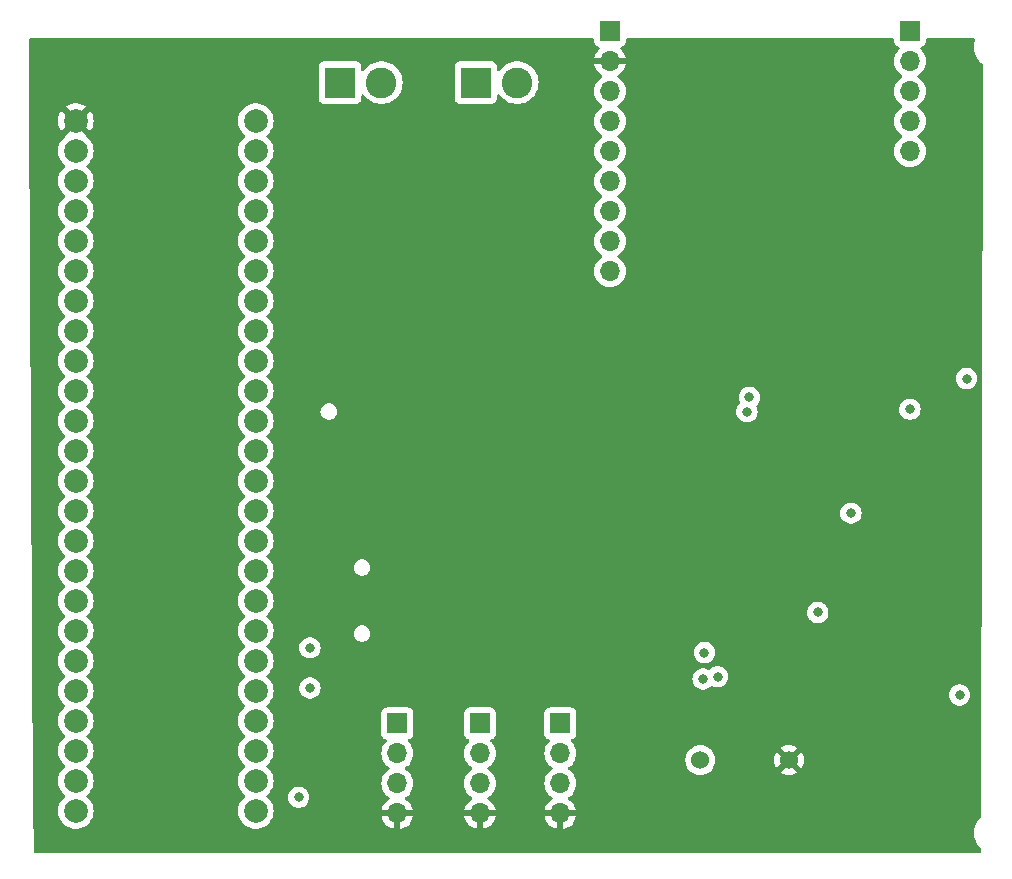
<source format=gbr>
%TF.GenerationSoftware,KiCad,Pcbnew,7.0.7*%
%TF.CreationDate,2024-02-14T21:52:59-05:00*%
%TF.ProjectId,Unified_Board,556e6966-6965-4645-9f42-6f6172642e6b,rev?*%
%TF.SameCoordinates,Original*%
%TF.FileFunction,Copper,L3,Inr*%
%TF.FilePolarity,Positive*%
%FSLAX46Y46*%
G04 Gerber Fmt 4.6, Leading zero omitted, Abs format (unit mm)*
G04 Created by KiCad (PCBNEW 7.0.7) date 2024-02-14 21:52:59*
%MOMM*%
%LPD*%
G01*
G04 APERTURE LIST*
%TA.AperFunction,ComponentPad*%
%ADD10R,1.700000X1.700000*%
%TD*%
%TA.AperFunction,ComponentPad*%
%ADD11O,1.700000X1.700000*%
%TD*%
%TA.AperFunction,ComponentPad*%
%ADD12R,2.600000X2.600000*%
%TD*%
%TA.AperFunction,ComponentPad*%
%ADD13C,2.600000*%
%TD*%
%TA.AperFunction,ComponentPad*%
%ADD14C,1.524000*%
%TD*%
%TA.AperFunction,ComponentPad*%
%ADD15C,2.000000*%
%TD*%
%TA.AperFunction,ViaPad*%
%ADD16C,0.800000*%
%TD*%
G04 APERTURE END LIST*
D10*
%TO.N,/3.3V*%
%TO.C,J3*%
X107600000Y-96000000D03*
D11*
%TO.N,/SCL*%
X107600000Y-98540000D03*
%TO.N,/SDA*%
X107600000Y-101080000D03*
%TO.N,GND*%
X107600000Y-103620000D03*
%TD*%
D12*
%TO.N,Net-(J1-Pin_1)*%
%TO.C,J1*%
X102750000Y-41750000D03*
D13*
%TO.N,Net-(J1-Pin_2)*%
X106250000Y-41750000D03*
%TD*%
D12*
%TO.N,Net-(J1-Pin_2)*%
%TO.C,J7*%
X114250000Y-41750000D03*
D13*
%TO.N,Net-(D6-K)*%
X117750000Y-41750000D03*
%TD*%
D10*
%TO.N,/3.3V*%
%TO.C,J2*%
X114600000Y-96000000D03*
D11*
%TO.N,/Breakout_RX2*%
X114600000Y-98540000D03*
%TO.N,/Breakout_TX2*%
X114600000Y-101080000D03*
%TO.N,GND*%
X114600000Y-103620000D03*
%TD*%
D10*
%TO.N,/3.3V*%
%TO.C,J4*%
X121400000Y-96000000D03*
D11*
%TO.N,/Breakout_RX1*%
X121400000Y-98540000D03*
%TO.N,/Breakout_TX1*%
X121400000Y-101080000D03*
%TO.N,GND*%
X121400000Y-103620000D03*
%TD*%
D10*
%TO.N,unconnected-(J5-Pin_1-Pad1)*%
%TO.C,J5*%
X151000000Y-37380000D03*
D11*
%TO.N,unconnected-(J5-Pin_2-Pad2)*%
X151000000Y-39920000D03*
%TO.N,unconnected-(J5-Pin_3-Pad3)*%
X151000000Y-42460000D03*
%TO.N,unconnected-(J5-Pin_4-Pad4)*%
X151000000Y-45000000D03*
%TO.N,unconnected-(J5-Pin_5-Pad5)*%
X151000000Y-47540000D03*
%TD*%
D10*
%TO.N,/3.3V*%
%TO.C,J6*%
X125600000Y-37380000D03*
D11*
%TO.N,GND*%
X125600000Y-39920000D03*
%TO.N,unconnected-(J6-Pin_3-Pad3)*%
X125600000Y-42460000D03*
%TO.N,/Radio_INT*%
X125600000Y-45000000D03*
%TO.N,/Radio_SCK*%
X125600000Y-47540000D03*
%TO.N,/Radio_MISO*%
X125600000Y-50080000D03*
%TO.N,/Radio_MOSI*%
X125600000Y-52620000D03*
%TO.N,/Radio_CS*%
X125600000Y-55160000D03*
%TO.N,/Radio_RST*%
X125600000Y-57700000D03*
%TD*%
D14*
%TO.N,Net-(BZ1--)*%
%TO.C,BZ1*%
X133250000Y-99100000D03*
%TO.N,GND*%
X140750000Y-99100000D03*
%TD*%
D15*
%TO.N,GND*%
%TO.C,Teensy4.1*%
X80380000Y-44990000D03*
%TO.N,/Breakout_RX1*%
X80380000Y-47530000D03*
%TO.N,/Breakout_TX1*%
X80380000Y-50070000D03*
%TO.N,unconnected-(Teensy4.1-PWM-Pad3)*%
X80380000Y-52610000D03*
%TO.N,unconnected-(Teensy4.1-PWM-Pad4)*%
X80380000Y-55150000D03*
%TO.N,unconnected-(Teensy4.1-PWM-Pad5)*%
X80380000Y-57690000D03*
%TO.N,unconnected-(Teensy4.1-PWM-Pad6)*%
X80380000Y-60230000D03*
%TO.N,unconnected-(Teensy4.1-PWM-Pad7)*%
X80380000Y-62770000D03*
%TO.N,/Breakout_RX2*%
X80380000Y-65310000D03*
%TO.N,/Breakout_TX2*%
X80380000Y-67850000D03*
%TO.N,unconnected-(Teensy4.1-PWM-Pad10)*%
X80380000Y-70390000D03*
%TO.N,/Radio_CS*%
X80380000Y-72930000D03*
%TO.N,/Radio_MOSI*%
X80380000Y-75470000D03*
%TO.N,/Radio_MISO*%
X80380000Y-78010000D03*
%TO.N,unconnected-(Teensy4.1-3.3V-Pad14)*%
X80380000Y-80550000D03*
%TO.N,unconnected-(Teensy4.1-SCL2-Pad15)*%
X80380000Y-83090000D03*
%TO.N,unconnected-(Teensy4.1-SDA2-Pad16)*%
X80380000Y-85630000D03*
%TO.N,unconnected-(Teensy4.1-MOSI1-Pad17)*%
X80380000Y-88170000D03*
%TO.N,unconnected-(Teensy4.1-SCK1-Pad18)*%
X80380000Y-90710000D03*
%TO.N,unconnected-(Teensy4.1-RX7-Pad19)*%
X80380000Y-93250000D03*
%TO.N,unconnected-(Teensy4.1-TX7-Pad20)*%
X80380000Y-95790000D03*
%TO.N,unconnected-(Teensy4.1-GPIO-Pad21)*%
X80380000Y-98330000D03*
%TO.N,/Radio_INT*%
X80380000Y-100870000D03*
%TO.N,/Radio_RST*%
X80380000Y-103410000D03*
%TO.N,Net-(BZ1--)*%
X95620000Y-103410000D03*
%TO.N,unconnected-(Teensy4.1-RX8-Pad25)*%
X95620000Y-100870000D03*
%TO.N,unconnected-(Teensy4.1-TX8-Pad26)*%
X95620000Y-98330000D03*
%TO.N,unconnected-(Teensy4.1-PWM-Pad27)*%
X95620000Y-95790000D03*
%TO.N,/BMP_INT*%
X95620000Y-93250000D03*
%TO.N,unconnected-(Teensy4.1-CS1-Pad29)*%
X95620000Y-90710000D03*
%TO.N,unconnected-(Teensy4.1-MISO-Pad30)*%
X95620000Y-88170000D03*
%TO.N,unconnected-(Teensy4.1-A16-Pad31)*%
X95620000Y-85630000D03*
%TO.N,unconnected-(Teensy4.1-A17-Pad32)*%
X95620000Y-83090000D03*
%TO.N,unconnected-(Teensy4.1-GND-Pad33)*%
X95620000Y-80550000D03*
%TO.N,/Radio_SCK*%
X95620000Y-78010000D03*
%TO.N,unconnected-(Teensy4.1-A0-Pad35)*%
X95620000Y-75470000D03*
%TO.N,unconnected-(Teensy4.1-A1-Pad36)*%
X95620000Y-72930000D03*
%TO.N,unconnected-(Teensy4.1-A2-Pad37)*%
X95620000Y-70390000D03*
%TO.N,unconnected-(Teensy4.1-A3-Pad38)*%
X95620000Y-67850000D03*
%TO.N,/SDA*%
X95620000Y-65310000D03*
%TO.N,/SCL*%
X95620000Y-62770000D03*
%TO.N,unconnected-(Teensy4.1-TX5-Pad41)*%
X95620000Y-60230000D03*
%TO.N,unconnected-(Teensy4.1-RX5-Pad42)*%
X95620000Y-57690000D03*
%TO.N,unconnected-(Teensy4.1-PWM-Pad43)*%
X95620000Y-55150000D03*
%TO.N,unconnected-(Teensy4.1-PWM-Pad44)*%
X95620000Y-52610000D03*
%TO.N,/3.3V*%
X95620000Y-50070000D03*
%TO.N,Net-(D6-K)*%
X95620000Y-47530000D03*
%TO.N,Net-(J1-Pin_1)*%
X95620000Y-44990000D03*
%TD*%
D16*
%TO.N,/3.3V*%
X155200000Y-93600000D03*
%TO.N,GND*%
X143250000Y-75000000D03*
%TO.N,/3.3V*%
X146000000Y-78200000D03*
X151000000Y-69400000D03*
X155800000Y-66800000D03*
%TO.N,/SCL*%
X134723090Y-92046012D03*
X100200000Y-89600000D03*
X137400000Y-68400000D03*
%TO.N,GND*%
X118800000Y-69800000D03*
X141600000Y-83000000D03*
X142200000Y-67800000D03*
X150800000Y-67400000D03*
X107400000Y-87600000D03*
X148800000Y-77400000D03*
X129200000Y-91400000D03*
X114600000Y-81800000D03*
X101000000Y-87000000D03*
%TO.N,/BACKUP*%
X143200000Y-86600000D03*
X133600000Y-90000000D03*
%TO.N,Net-(BZ1--)*%
X99250000Y-102250000D03*
%TO.N,/SDA*%
X100200000Y-93000000D03*
X133487701Y-92237701D03*
X137200000Y-69600000D03*
%TD*%
%TA.AperFunction,Conductor*%
%TO.N,GND*%
G36*
X124192540Y-38019685D02*
G01*
X124238295Y-38072489D01*
X124249501Y-38124000D01*
X124249501Y-38277876D01*
X124255908Y-38337483D01*
X124306202Y-38472328D01*
X124306206Y-38472335D01*
X124392452Y-38587544D01*
X124392455Y-38587547D01*
X124507664Y-38673793D01*
X124507671Y-38673797D01*
X124507674Y-38673798D01*
X124639598Y-38723002D01*
X124695531Y-38764873D01*
X124719949Y-38830337D01*
X124705098Y-38898610D01*
X124683947Y-38926865D01*
X124561886Y-39048926D01*
X124426400Y-39242420D01*
X124426399Y-39242422D01*
X124326570Y-39456507D01*
X124326567Y-39456513D01*
X124269364Y-39669999D01*
X124269364Y-39670000D01*
X124986653Y-39670000D01*
X125053692Y-39689685D01*
X125099447Y-39742489D01*
X125109391Y-39811647D01*
X125105631Y-39828933D01*
X125100000Y-39848111D01*
X125100000Y-39991888D01*
X125105631Y-40011067D01*
X125105630Y-40080936D01*
X125067855Y-40139714D01*
X125004299Y-40168738D01*
X124986653Y-40170000D01*
X124269364Y-40170000D01*
X124326567Y-40383486D01*
X124326570Y-40383492D01*
X124426399Y-40597578D01*
X124561894Y-40791082D01*
X124728917Y-40958105D01*
X124914595Y-41088119D01*
X124958219Y-41142696D01*
X124965412Y-41212195D01*
X124933890Y-41274549D01*
X124914595Y-41291269D01*
X124728594Y-41421508D01*
X124561505Y-41588597D01*
X124425965Y-41782169D01*
X124425964Y-41782171D01*
X124326098Y-41996335D01*
X124326094Y-41996344D01*
X124264938Y-42224586D01*
X124264936Y-42224596D01*
X124244341Y-42459999D01*
X124244341Y-42460000D01*
X124264936Y-42695403D01*
X124264938Y-42695413D01*
X124326094Y-42923655D01*
X124326096Y-42923659D01*
X124326097Y-42923663D01*
X124407331Y-43097870D01*
X124425965Y-43137830D01*
X124425967Y-43137834D01*
X124442633Y-43161635D01*
X124549078Y-43313654D01*
X124561501Y-43331395D01*
X124561506Y-43331402D01*
X124728597Y-43498493D01*
X124728603Y-43498498D01*
X124914158Y-43628425D01*
X124957783Y-43683002D01*
X124964977Y-43752500D01*
X124933454Y-43814855D01*
X124914158Y-43831575D01*
X124728597Y-43961505D01*
X124561505Y-44128597D01*
X124425965Y-44322169D01*
X124425964Y-44322171D01*
X124326098Y-44536335D01*
X124326094Y-44536344D01*
X124264938Y-44764586D01*
X124264936Y-44764596D01*
X124244341Y-44999999D01*
X124244341Y-45000000D01*
X124264936Y-45235403D01*
X124264938Y-45235413D01*
X124326094Y-45463655D01*
X124326096Y-45463659D01*
X124326097Y-45463663D01*
X124394267Y-45609854D01*
X124425965Y-45677830D01*
X124425967Y-45677834D01*
X124561501Y-45871395D01*
X124561506Y-45871402D01*
X124728597Y-46038493D01*
X124728603Y-46038498D01*
X124914158Y-46168425D01*
X124957783Y-46223002D01*
X124964977Y-46292500D01*
X124933454Y-46354855D01*
X124914158Y-46371575D01*
X124728597Y-46501505D01*
X124561505Y-46668597D01*
X124425965Y-46862169D01*
X124425964Y-46862171D01*
X124326098Y-47076335D01*
X124326094Y-47076344D01*
X124264938Y-47304586D01*
X124264936Y-47304596D01*
X124244341Y-47539999D01*
X124244341Y-47540000D01*
X124264936Y-47775403D01*
X124264938Y-47775413D01*
X124326094Y-48003655D01*
X124326096Y-48003659D01*
X124326097Y-48003663D01*
X124425965Y-48217829D01*
X124425965Y-48217830D01*
X124425967Y-48217834D01*
X124561501Y-48411395D01*
X124561506Y-48411402D01*
X124728597Y-48578493D01*
X124728603Y-48578498D01*
X124914158Y-48708425D01*
X124957783Y-48763002D01*
X124964977Y-48832500D01*
X124933454Y-48894855D01*
X124914158Y-48911575D01*
X124728597Y-49041505D01*
X124561505Y-49208597D01*
X124425965Y-49402169D01*
X124425964Y-49402171D01*
X124326098Y-49616335D01*
X124326094Y-49616344D01*
X124264938Y-49844586D01*
X124264936Y-49844596D01*
X124244341Y-50079999D01*
X124244341Y-50080000D01*
X124264936Y-50315403D01*
X124264938Y-50315413D01*
X124326094Y-50543655D01*
X124326096Y-50543659D01*
X124326097Y-50543663D01*
X124425965Y-50757830D01*
X124425967Y-50757834D01*
X124561501Y-50951395D01*
X124561506Y-50951402D01*
X124728597Y-51118493D01*
X124728603Y-51118498D01*
X124914158Y-51248425D01*
X124957783Y-51303002D01*
X124964977Y-51372500D01*
X124933454Y-51434855D01*
X124914158Y-51451575D01*
X124728597Y-51581505D01*
X124561505Y-51748597D01*
X124425965Y-51942169D01*
X124425964Y-51942171D01*
X124326098Y-52156335D01*
X124326094Y-52156344D01*
X124264938Y-52384586D01*
X124264936Y-52384596D01*
X124244341Y-52619999D01*
X124244341Y-52620000D01*
X124264936Y-52855403D01*
X124264938Y-52855413D01*
X124326094Y-53083655D01*
X124326096Y-53083659D01*
X124326097Y-53083663D01*
X124425965Y-53297830D01*
X124425967Y-53297834D01*
X124561501Y-53491395D01*
X124561506Y-53491402D01*
X124728597Y-53658493D01*
X124728603Y-53658498D01*
X124914158Y-53788425D01*
X124957783Y-53843002D01*
X124964977Y-53912500D01*
X124933454Y-53974855D01*
X124914158Y-53991575D01*
X124728597Y-54121505D01*
X124561505Y-54288597D01*
X124425965Y-54482169D01*
X124425964Y-54482171D01*
X124326098Y-54696335D01*
X124326094Y-54696344D01*
X124264938Y-54924586D01*
X124264936Y-54924596D01*
X124244341Y-55159999D01*
X124244341Y-55160000D01*
X124264936Y-55395403D01*
X124264938Y-55395413D01*
X124326094Y-55623655D01*
X124326096Y-55623659D01*
X124326097Y-55623663D01*
X124425965Y-55837829D01*
X124425965Y-55837830D01*
X124425967Y-55837834D01*
X124561501Y-56031395D01*
X124561506Y-56031402D01*
X124728597Y-56198493D01*
X124728603Y-56198498D01*
X124914158Y-56328425D01*
X124957783Y-56383002D01*
X124964977Y-56452500D01*
X124933454Y-56514855D01*
X124914158Y-56531575D01*
X124728597Y-56661505D01*
X124561505Y-56828597D01*
X124425965Y-57022169D01*
X124425964Y-57022171D01*
X124326098Y-57236335D01*
X124326094Y-57236344D01*
X124264938Y-57464586D01*
X124264936Y-57464596D01*
X124244341Y-57699999D01*
X124244341Y-57700000D01*
X124264936Y-57935403D01*
X124264938Y-57935413D01*
X124326094Y-58163655D01*
X124326096Y-58163659D01*
X124326097Y-58163663D01*
X124425965Y-58377829D01*
X124425965Y-58377830D01*
X124425967Y-58377834D01*
X124534281Y-58532521D01*
X124561505Y-58571401D01*
X124728599Y-58738495D01*
X124813207Y-58797738D01*
X124922165Y-58874032D01*
X124922167Y-58874033D01*
X124922170Y-58874035D01*
X125136337Y-58973903D01*
X125364592Y-59035063D01*
X125527467Y-59049313D01*
X125599999Y-59055659D01*
X125600000Y-59055659D01*
X125600001Y-59055659D01*
X125672533Y-59049313D01*
X125835408Y-59035063D01*
X126063663Y-58973903D01*
X126277830Y-58874035D01*
X126471401Y-58738495D01*
X126638495Y-58571401D01*
X126774035Y-58377830D01*
X126873903Y-58163663D01*
X126935063Y-57935408D01*
X126955659Y-57700000D01*
X126935063Y-57464592D01*
X126873903Y-57236337D01*
X126774035Y-57022171D01*
X126739881Y-56973393D01*
X126638494Y-56828597D01*
X126471402Y-56661506D01*
X126471396Y-56661501D01*
X126285842Y-56531575D01*
X126242217Y-56476998D01*
X126235023Y-56407500D01*
X126266546Y-56345145D01*
X126285842Y-56328425D01*
X126386793Y-56257738D01*
X126471401Y-56198495D01*
X126638495Y-56031401D01*
X126774035Y-55837830D01*
X126873903Y-55623663D01*
X126935063Y-55395408D01*
X126955659Y-55160000D01*
X126935063Y-54924592D01*
X126873903Y-54696337D01*
X126774035Y-54482171D01*
X126739881Y-54433393D01*
X126638494Y-54288597D01*
X126471402Y-54121506D01*
X126471396Y-54121501D01*
X126285842Y-53991575D01*
X126242217Y-53936998D01*
X126235023Y-53867500D01*
X126266546Y-53805145D01*
X126285842Y-53788425D01*
X126386793Y-53717738D01*
X126471401Y-53658495D01*
X126638495Y-53491401D01*
X126774035Y-53297830D01*
X126873903Y-53083663D01*
X126935063Y-52855408D01*
X126955659Y-52620000D01*
X126935063Y-52384592D01*
X126873903Y-52156337D01*
X126774035Y-51942171D01*
X126739881Y-51893393D01*
X126638494Y-51748597D01*
X126471402Y-51581506D01*
X126471396Y-51581501D01*
X126285842Y-51451575D01*
X126242217Y-51396998D01*
X126235023Y-51327500D01*
X126266546Y-51265145D01*
X126285842Y-51248425D01*
X126386793Y-51177738D01*
X126471401Y-51118495D01*
X126638495Y-50951401D01*
X126774035Y-50757830D01*
X126873903Y-50543663D01*
X126935063Y-50315408D01*
X126955659Y-50080000D01*
X126935063Y-49844592D01*
X126873903Y-49616337D01*
X126774035Y-49402171D01*
X126739881Y-49353393D01*
X126638494Y-49208597D01*
X126471402Y-49041506D01*
X126471396Y-49041501D01*
X126285842Y-48911575D01*
X126242217Y-48856998D01*
X126235023Y-48787500D01*
X126266546Y-48725145D01*
X126285842Y-48708425D01*
X126386793Y-48637738D01*
X126471401Y-48578495D01*
X126638495Y-48411401D01*
X126774035Y-48217830D01*
X126873903Y-48003663D01*
X126935063Y-47775408D01*
X126955659Y-47540000D01*
X126935063Y-47304592D01*
X126873903Y-47076337D01*
X126774035Y-46862171D01*
X126739881Y-46813393D01*
X126638494Y-46668597D01*
X126471402Y-46501506D01*
X126471396Y-46501501D01*
X126285842Y-46371575D01*
X126242217Y-46316998D01*
X126235023Y-46247500D01*
X126266546Y-46185145D01*
X126285842Y-46168425D01*
X126386793Y-46097738D01*
X126471401Y-46038495D01*
X126638495Y-45871401D01*
X126774035Y-45677830D01*
X126873903Y-45463663D01*
X126935063Y-45235408D01*
X126955659Y-45000000D01*
X126935063Y-44764592D01*
X126873903Y-44536337D01*
X126774035Y-44322171D01*
X126740047Y-44273630D01*
X126638494Y-44128597D01*
X126471402Y-43961506D01*
X126471396Y-43961501D01*
X126285842Y-43831575D01*
X126242217Y-43776998D01*
X126235023Y-43707500D01*
X126266546Y-43645145D01*
X126285842Y-43628425D01*
X126397130Y-43550500D01*
X126471401Y-43498495D01*
X126638495Y-43331401D01*
X126774035Y-43137830D01*
X126873903Y-42923663D01*
X126935063Y-42695408D01*
X126955659Y-42460000D01*
X126935063Y-42224592D01*
X126873903Y-41996337D01*
X126774035Y-41782171D01*
X126751506Y-41749995D01*
X126638494Y-41588597D01*
X126471402Y-41421506D01*
X126471401Y-41421505D01*
X126285842Y-41291575D01*
X126285405Y-41291269D01*
X126241781Y-41236692D01*
X126234588Y-41167193D01*
X126266110Y-41104839D01*
X126285405Y-41088119D01*
X126471082Y-40958105D01*
X126638105Y-40791082D01*
X126773600Y-40597578D01*
X126873429Y-40383492D01*
X126873432Y-40383486D01*
X126930636Y-40170000D01*
X126213347Y-40170000D01*
X126146308Y-40150315D01*
X126100553Y-40097511D01*
X126090609Y-40028353D01*
X126094369Y-40011067D01*
X126100000Y-39991888D01*
X126100000Y-39848111D01*
X126094369Y-39828933D01*
X126094370Y-39759064D01*
X126132145Y-39700286D01*
X126195701Y-39671262D01*
X126213347Y-39670000D01*
X126930636Y-39670000D01*
X126930635Y-39669999D01*
X126873432Y-39456513D01*
X126873429Y-39456507D01*
X126773600Y-39242422D01*
X126773599Y-39242420D01*
X126638113Y-39048926D01*
X126638108Y-39048920D01*
X126516053Y-38926865D01*
X126482568Y-38865542D01*
X126487552Y-38795850D01*
X126529424Y-38739917D01*
X126560400Y-38723002D01*
X126692331Y-38673796D01*
X126807546Y-38587546D01*
X126893796Y-38472331D01*
X126944091Y-38337483D01*
X126950500Y-38277873D01*
X126950499Y-38124000D01*
X126970185Y-38056961D01*
X127022989Y-38011206D01*
X127074500Y-38000000D01*
X149525501Y-38000000D01*
X149592540Y-38019685D01*
X149638295Y-38072489D01*
X149649501Y-38124000D01*
X149649501Y-38277876D01*
X149655908Y-38337483D01*
X149706202Y-38472328D01*
X149706206Y-38472335D01*
X149792452Y-38587544D01*
X149792455Y-38587547D01*
X149907664Y-38673793D01*
X149907671Y-38673797D01*
X150039081Y-38722810D01*
X150095015Y-38764681D01*
X150119432Y-38830145D01*
X150104580Y-38898418D01*
X150083430Y-38926673D01*
X149961503Y-39048600D01*
X149825965Y-39242169D01*
X149825964Y-39242171D01*
X149726098Y-39456335D01*
X149726094Y-39456344D01*
X149664938Y-39684586D01*
X149664936Y-39684596D01*
X149644341Y-39919999D01*
X149644341Y-39920000D01*
X149664936Y-40155403D01*
X149664938Y-40155413D01*
X149726094Y-40383655D01*
X149726096Y-40383659D01*
X149726097Y-40383663D01*
X149790563Y-40521910D01*
X149825965Y-40597830D01*
X149825967Y-40597834D01*
X149961501Y-40791395D01*
X149961506Y-40791402D01*
X150128597Y-40958493D01*
X150128603Y-40958498D01*
X150314158Y-41088425D01*
X150357783Y-41143002D01*
X150364977Y-41212500D01*
X150333454Y-41274855D01*
X150314158Y-41291575D01*
X150128597Y-41421505D01*
X149961505Y-41588597D01*
X149825965Y-41782169D01*
X149825964Y-41782171D01*
X149726098Y-41996335D01*
X149726094Y-41996344D01*
X149664938Y-42224586D01*
X149664936Y-42224596D01*
X149644341Y-42459999D01*
X149644341Y-42460000D01*
X149664936Y-42695403D01*
X149664938Y-42695413D01*
X149726094Y-42923655D01*
X149726096Y-42923659D01*
X149726097Y-42923663D01*
X149807331Y-43097870D01*
X149825965Y-43137830D01*
X149825967Y-43137834D01*
X149842633Y-43161635D01*
X149949078Y-43313654D01*
X149961501Y-43331395D01*
X149961506Y-43331402D01*
X150128597Y-43498493D01*
X150128603Y-43498498D01*
X150314158Y-43628425D01*
X150357783Y-43683002D01*
X150364977Y-43752500D01*
X150333454Y-43814855D01*
X150314158Y-43831575D01*
X150128597Y-43961505D01*
X149961505Y-44128597D01*
X149825965Y-44322169D01*
X149825964Y-44322171D01*
X149726098Y-44536335D01*
X149726094Y-44536344D01*
X149664938Y-44764586D01*
X149664936Y-44764596D01*
X149644341Y-44999999D01*
X149644341Y-45000000D01*
X149664936Y-45235403D01*
X149664938Y-45235413D01*
X149726094Y-45463655D01*
X149726096Y-45463659D01*
X149726097Y-45463663D01*
X149794267Y-45609854D01*
X149825965Y-45677830D01*
X149825967Y-45677834D01*
X149961501Y-45871395D01*
X149961506Y-45871402D01*
X150128597Y-46038493D01*
X150128603Y-46038498D01*
X150314158Y-46168425D01*
X150357783Y-46223002D01*
X150364977Y-46292500D01*
X150333454Y-46354855D01*
X150314158Y-46371575D01*
X150128597Y-46501505D01*
X149961505Y-46668597D01*
X149825965Y-46862169D01*
X149825964Y-46862171D01*
X149726098Y-47076335D01*
X149726094Y-47076344D01*
X149664938Y-47304586D01*
X149664936Y-47304596D01*
X149644341Y-47539999D01*
X149644341Y-47540000D01*
X149664936Y-47775403D01*
X149664938Y-47775413D01*
X149726094Y-48003655D01*
X149726096Y-48003659D01*
X149726097Y-48003663D01*
X149825965Y-48217829D01*
X149825965Y-48217830D01*
X149825967Y-48217834D01*
X149934281Y-48372521D01*
X149961505Y-48411401D01*
X150128599Y-48578495D01*
X150213207Y-48637738D01*
X150322165Y-48714032D01*
X150322167Y-48714033D01*
X150322170Y-48714035D01*
X150536337Y-48813903D01*
X150764592Y-48875063D01*
X150927467Y-48889313D01*
X150999999Y-48895659D01*
X151000000Y-48895659D01*
X151000001Y-48895659D01*
X151072533Y-48889313D01*
X151235408Y-48875063D01*
X151463663Y-48813903D01*
X151677830Y-48714035D01*
X151871401Y-48578495D01*
X152038495Y-48411401D01*
X152174035Y-48217830D01*
X152273903Y-48003663D01*
X152335063Y-47775408D01*
X152355659Y-47540000D01*
X152335063Y-47304592D01*
X152273903Y-47076337D01*
X152174035Y-46862171D01*
X152139881Y-46813393D01*
X152038494Y-46668597D01*
X151871402Y-46501506D01*
X151871401Y-46501505D01*
X151685842Y-46371575D01*
X151685841Y-46371574D01*
X151642216Y-46316997D01*
X151635024Y-46247498D01*
X151666546Y-46185144D01*
X151685836Y-46168428D01*
X151871401Y-46038495D01*
X152038495Y-45871401D01*
X152174035Y-45677830D01*
X152273903Y-45463663D01*
X152335063Y-45235408D01*
X152355659Y-45000000D01*
X152335063Y-44764592D01*
X152273903Y-44536337D01*
X152174035Y-44322171D01*
X152140047Y-44273630D01*
X152038494Y-44128597D01*
X151871402Y-43961506D01*
X151871401Y-43961505D01*
X151685842Y-43831575D01*
X151685841Y-43831574D01*
X151642216Y-43776997D01*
X151635024Y-43707498D01*
X151666546Y-43645144D01*
X151685836Y-43628428D01*
X151871401Y-43498495D01*
X152038495Y-43331401D01*
X152174035Y-43137830D01*
X152273903Y-42923663D01*
X152335063Y-42695408D01*
X152355659Y-42460000D01*
X152335063Y-42224592D01*
X152273903Y-41996337D01*
X152174035Y-41782171D01*
X152151506Y-41749995D01*
X152038494Y-41588597D01*
X151871402Y-41421506D01*
X151871401Y-41421505D01*
X151685842Y-41291575D01*
X151685841Y-41291574D01*
X151642216Y-41236997D01*
X151635024Y-41167498D01*
X151666546Y-41105144D01*
X151685836Y-41088428D01*
X151871401Y-40958495D01*
X152038495Y-40791401D01*
X152174035Y-40597830D01*
X152273903Y-40383663D01*
X152335063Y-40155408D01*
X152355659Y-39920000D01*
X152335063Y-39684592D01*
X152273903Y-39456337D01*
X152174035Y-39242171D01*
X152038495Y-39048599D01*
X151916567Y-38926671D01*
X151883084Y-38865351D01*
X151888068Y-38795659D01*
X151929939Y-38739725D01*
X151960915Y-38722810D01*
X152092331Y-38673796D01*
X152207546Y-38587546D01*
X152293796Y-38472331D01*
X152344091Y-38337483D01*
X152350500Y-38277873D01*
X152350499Y-38124000D01*
X152370185Y-38056961D01*
X152422989Y-38011206D01*
X152474500Y-38000000D01*
X156392712Y-38000000D01*
X156459751Y-38019685D01*
X156505506Y-38072489D01*
X156515450Y-38141647D01*
X156507273Y-38171453D01*
X156473126Y-38253889D01*
X156414317Y-38498848D01*
X156394551Y-38749999D01*
X156394551Y-38750000D01*
X156398160Y-38795850D01*
X156414317Y-39001151D01*
X156473126Y-39246110D01*
X156569533Y-39478859D01*
X156701160Y-39693653D01*
X156701161Y-39693656D01*
X156742869Y-39742489D01*
X156864776Y-39885224D01*
X157056341Y-40048836D01*
X157134406Y-40096674D01*
X157181281Y-40148485D01*
X157193615Y-40202760D01*
X157008884Y-103934888D01*
X156989006Y-104001871D01*
X156965417Y-104028819D01*
X156864782Y-104114770D01*
X156864776Y-104114776D01*
X156701161Y-104306343D01*
X156701160Y-104306346D01*
X156569533Y-104521140D01*
X156473126Y-104753889D01*
X156414317Y-104998848D01*
X156394551Y-105250000D01*
X156414317Y-105501151D01*
X156473126Y-105746110D01*
X156569533Y-105978859D01*
X156701160Y-106193653D01*
X156701161Y-106193656D01*
X156701164Y-106193659D01*
X156864776Y-106385224D01*
X156936598Y-106446565D01*
X156957809Y-106464682D01*
X156996002Y-106523189D01*
X157001276Y-106559331D01*
X157000358Y-106876359D01*
X156980480Y-106943341D01*
X156927544Y-106988943D01*
X156876359Y-107000000D01*
X76923283Y-107000000D01*
X76856244Y-106980315D01*
X76810489Y-106927511D01*
X76799285Y-106876719D01*
X76796896Y-106464682D01*
X76779188Y-103410005D01*
X78874357Y-103410005D01*
X78894890Y-103657812D01*
X78894892Y-103657824D01*
X78955936Y-103898881D01*
X79055826Y-104126606D01*
X79191833Y-104334782D01*
X79191836Y-104334785D01*
X79360256Y-104517738D01*
X79556491Y-104670474D01*
X79775190Y-104788828D01*
X80010386Y-104869571D01*
X80255665Y-104910500D01*
X80504335Y-104910500D01*
X80749614Y-104869571D01*
X80984810Y-104788828D01*
X81203509Y-104670474D01*
X81399744Y-104517738D01*
X81568164Y-104334785D01*
X81704173Y-104126607D01*
X81804063Y-103898881D01*
X81865108Y-103657821D01*
X81865109Y-103657812D01*
X81885643Y-103410005D01*
X94114357Y-103410005D01*
X94134890Y-103657812D01*
X94134892Y-103657824D01*
X94195936Y-103898881D01*
X94295826Y-104126606D01*
X94431833Y-104334782D01*
X94431836Y-104334785D01*
X94600256Y-104517738D01*
X94796491Y-104670474D01*
X95015190Y-104788828D01*
X95250386Y-104869571D01*
X95495665Y-104910500D01*
X95744335Y-104910500D01*
X95989614Y-104869571D01*
X96224810Y-104788828D01*
X96443509Y-104670474D01*
X96639744Y-104517738D01*
X96808164Y-104334785D01*
X96944173Y-104126607D01*
X97044063Y-103898881D01*
X97105108Y-103657821D01*
X97105109Y-103657812D01*
X97125643Y-103410005D01*
X97125643Y-103409994D01*
X97105109Y-103162187D01*
X97105107Y-103162175D01*
X97044063Y-102921118D01*
X96944173Y-102693393D01*
X96808166Y-102485217D01*
X96764935Y-102438256D01*
X96639744Y-102302262D01*
X96572599Y-102250000D01*
X98344540Y-102250000D01*
X98364326Y-102438256D01*
X98364327Y-102438259D01*
X98422818Y-102618277D01*
X98422821Y-102618284D01*
X98517467Y-102782216D01*
X98642535Y-102921118D01*
X98644129Y-102922888D01*
X98797265Y-103034148D01*
X98797270Y-103034151D01*
X98970192Y-103111142D01*
X98970197Y-103111144D01*
X99155354Y-103150500D01*
X99155355Y-103150500D01*
X99344644Y-103150500D01*
X99344646Y-103150500D01*
X99529803Y-103111144D01*
X99702730Y-103034151D01*
X99855871Y-102922888D01*
X99982533Y-102782216D01*
X100077179Y-102618284D01*
X100135674Y-102438256D01*
X100155460Y-102250000D01*
X100135674Y-102061744D01*
X100077179Y-101881716D01*
X99982533Y-101717784D01*
X99855871Y-101577112D01*
X99809834Y-101543664D01*
X99702734Y-101465851D01*
X99702729Y-101465848D01*
X99529807Y-101388857D01*
X99529802Y-101388855D01*
X99384001Y-101357865D01*
X99344646Y-101349500D01*
X99155354Y-101349500D01*
X99122897Y-101356398D01*
X98970197Y-101388855D01*
X98970192Y-101388857D01*
X98797270Y-101465848D01*
X98797265Y-101465851D01*
X98644129Y-101577111D01*
X98517466Y-101717785D01*
X98422821Y-101881715D01*
X98422818Y-101881722D01*
X98364327Y-102061740D01*
X98364326Y-102061744D01*
X98344540Y-102250000D01*
X96572599Y-102250000D01*
X96556991Y-102237852D01*
X96516179Y-102181143D01*
X96512504Y-102111370D01*
X96547136Y-102050687D01*
X96556985Y-102042151D01*
X96639744Y-101977738D01*
X96808164Y-101794785D01*
X96944173Y-101586607D01*
X97044063Y-101358881D01*
X97105108Y-101117821D01*
X97108242Y-101080000D01*
X106244341Y-101080000D01*
X106264936Y-101315403D01*
X106264938Y-101315413D01*
X106326094Y-101543655D01*
X106326096Y-101543659D01*
X106326097Y-101543663D01*
X106407291Y-101717784D01*
X106425965Y-101757830D01*
X106425967Y-101757834D01*
X106451841Y-101794785D01*
X106561505Y-101951401D01*
X106728599Y-102118495D01*
X106899058Y-102237852D01*
X106914594Y-102248730D01*
X106958219Y-102303307D01*
X106965413Y-102372805D01*
X106933890Y-102435160D01*
X106914595Y-102451880D01*
X106728922Y-102581890D01*
X106728920Y-102581891D01*
X106561891Y-102748920D01*
X106561886Y-102748926D01*
X106426400Y-102942420D01*
X106426399Y-102942422D01*
X106326570Y-103156507D01*
X106326567Y-103156513D01*
X106269364Y-103369999D01*
X106269364Y-103370000D01*
X106986653Y-103370000D01*
X107053692Y-103389685D01*
X107099447Y-103442489D01*
X107109391Y-103511647D01*
X107105631Y-103528933D01*
X107100000Y-103548111D01*
X107100000Y-103691888D01*
X107105631Y-103711067D01*
X107105630Y-103780936D01*
X107067855Y-103839714D01*
X107004299Y-103868738D01*
X106986653Y-103870000D01*
X106269364Y-103870000D01*
X106326567Y-104083486D01*
X106326570Y-104083492D01*
X106426399Y-104297578D01*
X106561894Y-104491082D01*
X106728917Y-104658105D01*
X106922421Y-104793600D01*
X107136507Y-104893429D01*
X107136516Y-104893433D01*
X107350000Y-104950634D01*
X107350000Y-104232301D01*
X107369685Y-104165262D01*
X107422489Y-104119507D01*
X107491647Y-104109563D01*
X107564237Y-104120000D01*
X107564238Y-104120000D01*
X107635762Y-104120000D01*
X107635763Y-104120000D01*
X107708353Y-104109563D01*
X107777512Y-104119507D01*
X107830315Y-104165262D01*
X107850000Y-104232301D01*
X107850000Y-104950633D01*
X108063483Y-104893433D01*
X108063492Y-104893429D01*
X108277578Y-104793600D01*
X108471082Y-104658105D01*
X108638105Y-104491082D01*
X108773600Y-104297578D01*
X108873429Y-104083492D01*
X108873432Y-104083486D01*
X108930636Y-103870000D01*
X108213347Y-103870000D01*
X108146308Y-103850315D01*
X108100553Y-103797511D01*
X108090609Y-103728353D01*
X108094369Y-103711067D01*
X108100000Y-103691888D01*
X108100000Y-103548111D01*
X108094369Y-103528933D01*
X108094370Y-103459064D01*
X108132145Y-103400286D01*
X108195701Y-103371262D01*
X108213347Y-103370000D01*
X108930636Y-103370000D01*
X108930635Y-103369999D01*
X108873432Y-103156513D01*
X108873429Y-103156507D01*
X108773600Y-102942422D01*
X108773599Y-102942420D01*
X108638113Y-102748926D01*
X108638108Y-102748920D01*
X108471078Y-102581890D01*
X108285405Y-102451879D01*
X108241780Y-102397302D01*
X108234588Y-102327804D01*
X108266110Y-102265449D01*
X108285406Y-102248730D01*
X108471401Y-102118495D01*
X108638495Y-101951401D01*
X108774035Y-101757830D01*
X108873903Y-101543663D01*
X108935063Y-101315408D01*
X108955659Y-101080000D01*
X113244341Y-101080000D01*
X113264936Y-101315403D01*
X113264938Y-101315413D01*
X113326094Y-101543655D01*
X113326096Y-101543659D01*
X113326097Y-101543663D01*
X113407291Y-101717784D01*
X113425965Y-101757830D01*
X113425967Y-101757834D01*
X113451841Y-101794785D01*
X113561505Y-101951401D01*
X113728599Y-102118495D01*
X113899058Y-102237852D01*
X113914594Y-102248730D01*
X113958219Y-102303307D01*
X113965413Y-102372805D01*
X113933890Y-102435160D01*
X113914595Y-102451880D01*
X113728922Y-102581890D01*
X113728920Y-102581891D01*
X113561891Y-102748920D01*
X113561886Y-102748926D01*
X113426400Y-102942420D01*
X113426399Y-102942422D01*
X113326570Y-103156507D01*
X113326567Y-103156513D01*
X113269364Y-103369999D01*
X113269364Y-103370000D01*
X113986653Y-103370000D01*
X114053692Y-103389685D01*
X114099447Y-103442489D01*
X114109391Y-103511647D01*
X114105631Y-103528933D01*
X114100000Y-103548111D01*
X114100000Y-103691888D01*
X114105631Y-103711067D01*
X114105630Y-103780936D01*
X114067855Y-103839714D01*
X114004299Y-103868738D01*
X113986653Y-103870000D01*
X113269364Y-103870000D01*
X113326567Y-104083486D01*
X113326570Y-104083492D01*
X113426399Y-104297578D01*
X113561894Y-104491082D01*
X113728917Y-104658105D01*
X113922421Y-104793600D01*
X114136507Y-104893429D01*
X114136516Y-104893433D01*
X114350000Y-104950634D01*
X114350000Y-104232301D01*
X114369685Y-104165262D01*
X114422489Y-104119507D01*
X114491647Y-104109563D01*
X114564237Y-104120000D01*
X114564238Y-104120000D01*
X114635762Y-104120000D01*
X114635763Y-104120000D01*
X114708353Y-104109563D01*
X114777512Y-104119507D01*
X114830315Y-104165262D01*
X114850000Y-104232301D01*
X114850000Y-104950633D01*
X115063483Y-104893433D01*
X115063492Y-104893429D01*
X115277578Y-104793600D01*
X115471082Y-104658105D01*
X115638105Y-104491082D01*
X115773600Y-104297578D01*
X115873429Y-104083492D01*
X115873432Y-104083486D01*
X115930636Y-103870000D01*
X115213347Y-103870000D01*
X115146308Y-103850315D01*
X115100553Y-103797511D01*
X115090609Y-103728353D01*
X115094369Y-103711067D01*
X115100000Y-103691888D01*
X115100000Y-103548111D01*
X115094369Y-103528933D01*
X115094370Y-103459064D01*
X115132145Y-103400286D01*
X115195701Y-103371262D01*
X115213347Y-103370000D01*
X115930636Y-103370000D01*
X115930635Y-103369999D01*
X115873432Y-103156513D01*
X115873429Y-103156507D01*
X115773600Y-102942422D01*
X115773599Y-102942420D01*
X115638113Y-102748926D01*
X115638108Y-102748920D01*
X115471078Y-102581890D01*
X115285405Y-102451879D01*
X115241780Y-102397302D01*
X115234588Y-102327804D01*
X115266110Y-102265449D01*
X115285406Y-102248730D01*
X115471401Y-102118495D01*
X115638495Y-101951401D01*
X115774035Y-101757830D01*
X115873903Y-101543663D01*
X115935063Y-101315408D01*
X115955659Y-101080000D01*
X120044341Y-101080000D01*
X120064936Y-101315403D01*
X120064938Y-101315413D01*
X120126094Y-101543655D01*
X120126096Y-101543659D01*
X120126097Y-101543663D01*
X120207291Y-101717784D01*
X120225965Y-101757830D01*
X120225967Y-101757834D01*
X120251841Y-101794785D01*
X120361505Y-101951401D01*
X120528599Y-102118495D01*
X120699058Y-102237852D01*
X120714594Y-102248730D01*
X120758219Y-102303307D01*
X120765413Y-102372805D01*
X120733890Y-102435160D01*
X120714595Y-102451880D01*
X120528922Y-102581890D01*
X120528920Y-102581891D01*
X120361891Y-102748920D01*
X120361886Y-102748926D01*
X120226400Y-102942420D01*
X120226399Y-102942422D01*
X120126570Y-103156507D01*
X120126567Y-103156513D01*
X120069364Y-103369999D01*
X120069364Y-103370000D01*
X120786653Y-103370000D01*
X120853692Y-103389685D01*
X120899447Y-103442489D01*
X120909391Y-103511647D01*
X120905631Y-103528933D01*
X120900000Y-103548111D01*
X120900000Y-103691888D01*
X120905631Y-103711067D01*
X120905630Y-103780936D01*
X120867855Y-103839714D01*
X120804299Y-103868738D01*
X120786653Y-103870000D01*
X120069364Y-103870000D01*
X120126567Y-104083486D01*
X120126570Y-104083492D01*
X120226399Y-104297578D01*
X120361894Y-104491082D01*
X120528917Y-104658105D01*
X120722421Y-104793600D01*
X120936507Y-104893429D01*
X120936516Y-104893433D01*
X121149999Y-104950633D01*
X121149999Y-104232301D01*
X121169683Y-104165262D01*
X121222487Y-104119507D01*
X121291646Y-104109563D01*
X121298380Y-104110531D01*
X121364237Y-104120000D01*
X121364238Y-104120000D01*
X121435762Y-104120000D01*
X121435763Y-104120000D01*
X121508353Y-104109563D01*
X121577512Y-104119507D01*
X121630315Y-104165262D01*
X121650000Y-104232301D01*
X121649999Y-104950633D01*
X121863483Y-104893433D01*
X121863492Y-104893429D01*
X122077578Y-104793600D01*
X122271082Y-104658105D01*
X122438105Y-104491082D01*
X122573600Y-104297578D01*
X122673429Y-104083492D01*
X122673432Y-104083486D01*
X122730636Y-103870000D01*
X122013347Y-103870000D01*
X121946308Y-103850315D01*
X121900553Y-103797511D01*
X121890609Y-103728353D01*
X121894369Y-103711067D01*
X121900000Y-103691888D01*
X121900000Y-103548111D01*
X121894369Y-103528933D01*
X121894370Y-103459064D01*
X121932145Y-103400286D01*
X121995701Y-103371262D01*
X122013347Y-103370000D01*
X122730636Y-103370000D01*
X122730635Y-103369999D01*
X122673432Y-103156513D01*
X122673429Y-103156507D01*
X122573600Y-102942422D01*
X122573599Y-102942420D01*
X122438113Y-102748926D01*
X122438108Y-102748920D01*
X122271078Y-102581890D01*
X122085405Y-102451879D01*
X122041780Y-102397302D01*
X122034588Y-102327804D01*
X122066110Y-102265449D01*
X122085406Y-102248730D01*
X122271401Y-102118495D01*
X122438495Y-101951401D01*
X122574035Y-101757830D01*
X122673903Y-101543663D01*
X122735063Y-101315408D01*
X122755659Y-101080000D01*
X122735063Y-100844592D01*
X122688626Y-100671285D01*
X122673905Y-100616344D01*
X122673904Y-100616343D01*
X122673903Y-100616337D01*
X122574035Y-100402171D01*
X122559295Y-100381119D01*
X122438494Y-100208597D01*
X122271402Y-100041506D01*
X122271401Y-100041505D01*
X122133885Y-99945215D01*
X122085841Y-99911574D01*
X122042216Y-99856997D01*
X122035024Y-99787498D01*
X122066546Y-99725144D01*
X122085836Y-99708428D01*
X122271401Y-99578495D01*
X122438495Y-99411401D01*
X122574035Y-99217830D01*
X122628979Y-99100002D01*
X131982677Y-99100002D01*
X132001929Y-99320062D01*
X132001930Y-99320070D01*
X132059104Y-99533445D01*
X132059105Y-99533447D01*
X132059106Y-99533450D01*
X132090139Y-99600000D01*
X132152466Y-99733662D01*
X132152468Y-99733666D01*
X132279170Y-99914615D01*
X132279175Y-99914621D01*
X132435378Y-100070824D01*
X132435384Y-100070829D01*
X132616333Y-100197531D01*
X132616335Y-100197532D01*
X132616338Y-100197534D01*
X132816550Y-100290894D01*
X133029932Y-100348070D01*
X133187123Y-100361822D01*
X133249998Y-100367323D01*
X133250000Y-100367323D01*
X133250002Y-100367323D01*
X133305017Y-100362509D01*
X133470068Y-100348070D01*
X133683450Y-100290894D01*
X133883662Y-100197534D01*
X134064620Y-100070826D01*
X134220826Y-99914620D01*
X134347534Y-99733662D01*
X134440894Y-99533450D01*
X134498070Y-99320068D01*
X134517323Y-99100000D01*
X139483179Y-99100000D01*
X139502424Y-99319976D01*
X139502426Y-99319986D01*
X139559575Y-99533270D01*
X139559580Y-99533284D01*
X139652899Y-99733407D01*
X139652900Y-99733409D01*
X139698258Y-99798187D01*
X140227050Y-99269395D01*
X140288373Y-99235910D01*
X140358064Y-99240894D01*
X140413998Y-99282765D01*
X140418539Y-99289254D01*
X140465813Y-99361612D01*
X140566157Y-99439713D01*
X140566160Y-99439714D01*
X140566511Y-99439987D01*
X140607324Y-99496697D01*
X140610999Y-99566470D01*
X140578030Y-99625522D01*
X140051811Y-100151741D01*
X140116582Y-100197094D01*
X140116592Y-100197100D01*
X140316715Y-100290419D01*
X140316729Y-100290424D01*
X140530013Y-100347573D01*
X140530023Y-100347575D01*
X140749999Y-100366821D01*
X140750001Y-100366821D01*
X140969976Y-100347575D01*
X140969986Y-100347573D01*
X141183270Y-100290424D01*
X141183284Y-100290419D01*
X141383408Y-100197100D01*
X141383420Y-100197093D01*
X141448186Y-100151742D01*
X141448187Y-100151740D01*
X140919276Y-99622829D01*
X140885791Y-99561506D01*
X140890775Y-99491814D01*
X140932647Y-99435881D01*
X140947933Y-99426097D01*
X140987251Y-99404820D01*
X141073371Y-99311269D01*
X141074083Y-99309643D01*
X141075652Y-99307777D01*
X141078992Y-99302666D01*
X141079609Y-99303069D01*
X141119036Y-99256158D01*
X141185770Y-99235464D01*
X141253099Y-99254135D01*
X141275322Y-99271769D01*
X141801740Y-99798187D01*
X141801742Y-99798186D01*
X141847093Y-99733420D01*
X141847100Y-99733408D01*
X141940419Y-99533284D01*
X141940424Y-99533270D01*
X141997573Y-99319986D01*
X141997575Y-99319976D01*
X142016821Y-99100000D01*
X142016821Y-99099999D01*
X141997575Y-98880023D01*
X141997573Y-98880013D01*
X141940424Y-98666729D01*
X141940420Y-98666720D01*
X141847098Y-98466590D01*
X141801740Y-98401811D01*
X141272949Y-98930602D01*
X141211626Y-98964087D01*
X141141934Y-98959103D01*
X141086001Y-98917231D01*
X141081460Y-98910743D01*
X141034189Y-98838391D01*
X141034187Y-98838388D01*
X140978673Y-98795180D01*
X140933843Y-98760287D01*
X140933840Y-98760285D01*
X140933488Y-98760012D01*
X140892675Y-98703301D01*
X140889000Y-98633529D01*
X140921969Y-98574477D01*
X141448187Y-98048258D01*
X141383409Y-98002900D01*
X141383407Y-98002899D01*
X141183284Y-97909580D01*
X141183270Y-97909575D01*
X140969986Y-97852426D01*
X140969976Y-97852424D01*
X140750001Y-97833179D01*
X140749999Y-97833179D01*
X140530023Y-97852424D01*
X140530013Y-97852426D01*
X140316729Y-97909575D01*
X140316720Y-97909579D01*
X140116586Y-98002903D01*
X140051812Y-98048257D01*
X140051811Y-98048258D01*
X140580723Y-98577170D01*
X140614208Y-98638493D01*
X140609224Y-98708185D01*
X140567352Y-98764118D01*
X140552059Y-98773906D01*
X140512749Y-98795179D01*
X140512748Y-98795179D01*
X140426626Y-98888733D01*
X140426626Y-98888734D01*
X140425911Y-98890365D01*
X140424340Y-98892233D01*
X140421008Y-98897334D01*
X140420391Y-98896931D01*
X140380952Y-98943849D01*
X140314215Y-98964535D01*
X140246888Y-98945857D01*
X140224677Y-98928230D01*
X139698258Y-98401811D01*
X139698257Y-98401812D01*
X139652903Y-98466586D01*
X139559579Y-98666720D01*
X139559575Y-98666729D01*
X139502426Y-98880013D01*
X139502424Y-98880023D01*
X139483179Y-99099999D01*
X139483179Y-99100000D01*
X134517323Y-99100000D01*
X134514532Y-99068102D01*
X134508894Y-99003655D01*
X134498070Y-98879932D01*
X134440894Y-98666550D01*
X134347534Y-98466339D01*
X134234281Y-98304596D01*
X134220827Y-98285381D01*
X134220823Y-98285377D01*
X134064620Y-98129174D01*
X134064616Y-98129171D01*
X134064615Y-98129170D01*
X133883666Y-98002468D01*
X133883662Y-98002466D01*
X133883660Y-98002465D01*
X133683450Y-97909106D01*
X133683447Y-97909105D01*
X133683445Y-97909104D01*
X133470070Y-97851930D01*
X133470062Y-97851929D01*
X133250002Y-97832677D01*
X133249998Y-97832677D01*
X133029937Y-97851929D01*
X133029929Y-97851930D01*
X132816554Y-97909104D01*
X132816548Y-97909107D01*
X132616340Y-98002465D01*
X132616338Y-98002466D01*
X132435377Y-98129175D01*
X132279175Y-98285377D01*
X132152466Y-98466338D01*
X132152465Y-98466340D01*
X132059107Y-98666548D01*
X132059104Y-98666554D01*
X132001930Y-98879929D01*
X132001929Y-98879937D01*
X131982677Y-99099997D01*
X131982677Y-99100002D01*
X122628979Y-99100002D01*
X122673903Y-99003663D01*
X122735063Y-98775408D01*
X122755659Y-98540000D01*
X122735063Y-98304592D01*
X122688059Y-98129170D01*
X122673905Y-98076344D01*
X122673904Y-98076343D01*
X122673903Y-98076337D01*
X122574035Y-97862171D01*
X122567210Y-97852424D01*
X122438496Y-97668600D01*
X122383289Y-97613393D01*
X122316567Y-97546671D01*
X122283084Y-97485351D01*
X122288068Y-97415659D01*
X122329939Y-97359725D01*
X122360915Y-97342810D01*
X122492331Y-97293796D01*
X122607546Y-97207546D01*
X122693796Y-97092331D01*
X122744091Y-96957483D01*
X122750500Y-96897873D01*
X122750499Y-95102128D01*
X122744091Y-95042517D01*
X122693796Y-94907669D01*
X122693795Y-94907668D01*
X122693793Y-94907664D01*
X122607547Y-94792455D01*
X122607544Y-94792452D01*
X122492335Y-94706206D01*
X122492328Y-94706202D01*
X122357482Y-94655908D01*
X122357483Y-94655908D01*
X122297883Y-94649501D01*
X122297881Y-94649500D01*
X122297873Y-94649500D01*
X122297864Y-94649500D01*
X120502129Y-94649500D01*
X120502123Y-94649501D01*
X120442516Y-94655908D01*
X120307671Y-94706202D01*
X120307664Y-94706206D01*
X120192455Y-94792452D01*
X120192452Y-94792455D01*
X120106206Y-94907664D01*
X120106202Y-94907671D01*
X120055908Y-95042517D01*
X120052589Y-95073393D01*
X120049501Y-95102123D01*
X120049500Y-95102135D01*
X120049500Y-96897870D01*
X120049501Y-96897876D01*
X120055908Y-96957483D01*
X120106202Y-97092328D01*
X120106206Y-97092335D01*
X120192452Y-97207544D01*
X120192455Y-97207547D01*
X120307664Y-97293793D01*
X120307671Y-97293797D01*
X120439081Y-97342810D01*
X120495015Y-97384681D01*
X120519432Y-97450145D01*
X120504580Y-97518418D01*
X120483430Y-97546673D01*
X120361503Y-97668600D01*
X120225965Y-97862169D01*
X120225964Y-97862171D01*
X120126098Y-98076335D01*
X120126094Y-98076344D01*
X120064938Y-98304586D01*
X120064936Y-98304596D01*
X120044341Y-98539999D01*
X120044341Y-98540000D01*
X120064936Y-98775403D01*
X120064938Y-98775413D01*
X120126094Y-99003655D01*
X120126096Y-99003659D01*
X120126097Y-99003663D01*
X120171020Y-99100000D01*
X120225965Y-99217830D01*
X120225967Y-99217834D01*
X120361501Y-99411395D01*
X120361506Y-99411402D01*
X120528597Y-99578493D01*
X120528603Y-99578498D01*
X120714158Y-99708425D01*
X120757783Y-99763002D01*
X120764977Y-99832500D01*
X120733454Y-99894855D01*
X120714158Y-99911575D01*
X120528597Y-100041505D01*
X120361505Y-100208597D01*
X120225965Y-100402169D01*
X120225964Y-100402171D01*
X120126098Y-100616335D01*
X120126094Y-100616344D01*
X120064938Y-100844586D01*
X120064936Y-100844596D01*
X120044341Y-101079999D01*
X120044341Y-101080000D01*
X115955659Y-101080000D01*
X115935063Y-100844592D01*
X115888626Y-100671285D01*
X115873905Y-100616344D01*
X115873904Y-100616343D01*
X115873903Y-100616337D01*
X115774035Y-100402171D01*
X115759295Y-100381119D01*
X115638494Y-100208597D01*
X115471402Y-100041506D01*
X115471396Y-100041501D01*
X115285842Y-99911575D01*
X115242217Y-99856998D01*
X115235023Y-99787500D01*
X115266546Y-99725145D01*
X115285842Y-99708425D01*
X115381933Y-99641141D01*
X115471401Y-99578495D01*
X115638495Y-99411401D01*
X115774035Y-99217830D01*
X115873903Y-99003663D01*
X115935063Y-98775408D01*
X115955659Y-98540000D01*
X115935063Y-98304592D01*
X115888059Y-98129170D01*
X115873905Y-98076344D01*
X115873904Y-98076343D01*
X115873903Y-98076337D01*
X115774035Y-97862171D01*
X115767210Y-97852424D01*
X115638496Y-97668600D01*
X115583289Y-97613393D01*
X115516567Y-97546671D01*
X115483084Y-97485351D01*
X115488068Y-97415659D01*
X115529939Y-97359725D01*
X115560915Y-97342810D01*
X115692331Y-97293796D01*
X115807546Y-97207546D01*
X115893796Y-97092331D01*
X115944091Y-96957483D01*
X115950500Y-96897873D01*
X115950499Y-95102128D01*
X115944091Y-95042517D01*
X115893796Y-94907669D01*
X115893795Y-94907668D01*
X115893793Y-94907664D01*
X115807547Y-94792455D01*
X115807544Y-94792452D01*
X115692335Y-94706206D01*
X115692328Y-94706202D01*
X115557482Y-94655908D01*
X115557483Y-94655908D01*
X115497883Y-94649501D01*
X115497881Y-94649500D01*
X115497873Y-94649500D01*
X115497864Y-94649500D01*
X113702129Y-94649500D01*
X113702123Y-94649501D01*
X113642516Y-94655908D01*
X113507671Y-94706202D01*
X113507664Y-94706206D01*
X113392455Y-94792452D01*
X113392452Y-94792455D01*
X113306206Y-94907664D01*
X113306202Y-94907671D01*
X113255908Y-95042517D01*
X113252589Y-95073393D01*
X113249501Y-95102123D01*
X113249500Y-95102135D01*
X113249500Y-96897870D01*
X113249501Y-96897876D01*
X113255908Y-96957483D01*
X113306202Y-97092328D01*
X113306206Y-97092335D01*
X113392452Y-97207544D01*
X113392455Y-97207547D01*
X113507664Y-97293793D01*
X113507671Y-97293797D01*
X113639081Y-97342810D01*
X113695015Y-97384681D01*
X113719432Y-97450145D01*
X113704580Y-97518418D01*
X113683430Y-97546673D01*
X113561503Y-97668600D01*
X113425965Y-97862169D01*
X113425964Y-97862171D01*
X113326098Y-98076335D01*
X113326094Y-98076344D01*
X113264938Y-98304586D01*
X113264936Y-98304596D01*
X113244341Y-98539999D01*
X113244341Y-98540000D01*
X113264936Y-98775403D01*
X113264938Y-98775413D01*
X113326094Y-99003655D01*
X113326096Y-99003659D01*
X113326097Y-99003663D01*
X113371020Y-99100000D01*
X113425965Y-99217830D01*
X113425967Y-99217834D01*
X113561501Y-99411395D01*
X113561506Y-99411402D01*
X113728597Y-99578493D01*
X113728603Y-99578498D01*
X113914158Y-99708425D01*
X113957783Y-99763002D01*
X113964977Y-99832500D01*
X113933454Y-99894855D01*
X113914158Y-99911575D01*
X113728597Y-100041505D01*
X113561505Y-100208597D01*
X113425965Y-100402169D01*
X113425964Y-100402171D01*
X113326098Y-100616335D01*
X113326094Y-100616344D01*
X113264938Y-100844586D01*
X113264936Y-100844596D01*
X113244341Y-101079999D01*
X113244341Y-101080000D01*
X108955659Y-101080000D01*
X108935063Y-100844592D01*
X108888626Y-100671285D01*
X108873905Y-100616344D01*
X108873904Y-100616343D01*
X108873903Y-100616337D01*
X108774035Y-100402171D01*
X108759295Y-100381119D01*
X108638494Y-100208597D01*
X108471402Y-100041506D01*
X108471396Y-100041501D01*
X108285842Y-99911575D01*
X108242217Y-99856998D01*
X108235023Y-99787500D01*
X108266546Y-99725145D01*
X108285842Y-99708425D01*
X108381933Y-99641141D01*
X108471401Y-99578495D01*
X108638495Y-99411401D01*
X108774035Y-99217830D01*
X108873903Y-99003663D01*
X108935063Y-98775408D01*
X108955659Y-98540000D01*
X108935063Y-98304592D01*
X108888059Y-98129170D01*
X108873905Y-98076344D01*
X108873904Y-98076343D01*
X108873903Y-98076337D01*
X108774035Y-97862171D01*
X108767210Y-97852424D01*
X108638496Y-97668600D01*
X108583289Y-97613393D01*
X108516567Y-97546671D01*
X108483084Y-97485351D01*
X108488068Y-97415659D01*
X108529939Y-97359725D01*
X108560915Y-97342810D01*
X108692331Y-97293796D01*
X108807546Y-97207546D01*
X108893796Y-97092331D01*
X108944091Y-96957483D01*
X108950500Y-96897873D01*
X108950499Y-95102128D01*
X108944091Y-95042517D01*
X108893796Y-94907669D01*
X108893795Y-94907668D01*
X108893793Y-94907664D01*
X108807547Y-94792455D01*
X108807544Y-94792452D01*
X108692335Y-94706206D01*
X108692328Y-94706202D01*
X108557482Y-94655908D01*
X108557483Y-94655908D01*
X108497883Y-94649501D01*
X108497881Y-94649500D01*
X108497873Y-94649500D01*
X108497864Y-94649500D01*
X106702129Y-94649500D01*
X106702123Y-94649501D01*
X106642516Y-94655908D01*
X106507671Y-94706202D01*
X106507664Y-94706206D01*
X106392455Y-94792452D01*
X106392452Y-94792455D01*
X106306206Y-94907664D01*
X106306202Y-94907671D01*
X106255908Y-95042517D01*
X106252589Y-95073393D01*
X106249501Y-95102123D01*
X106249500Y-95102135D01*
X106249500Y-96897870D01*
X106249501Y-96897876D01*
X106255908Y-96957483D01*
X106306202Y-97092328D01*
X106306206Y-97092335D01*
X106392452Y-97207544D01*
X106392455Y-97207547D01*
X106507664Y-97293793D01*
X106507671Y-97293797D01*
X106639081Y-97342810D01*
X106695015Y-97384681D01*
X106719432Y-97450145D01*
X106704580Y-97518418D01*
X106683430Y-97546673D01*
X106561503Y-97668600D01*
X106425965Y-97862169D01*
X106425964Y-97862171D01*
X106326098Y-98076335D01*
X106326094Y-98076344D01*
X106264938Y-98304586D01*
X106264936Y-98304596D01*
X106244341Y-98539999D01*
X106244341Y-98540000D01*
X106264936Y-98775403D01*
X106264938Y-98775413D01*
X106326094Y-99003655D01*
X106326096Y-99003659D01*
X106326097Y-99003663D01*
X106371020Y-99100000D01*
X106425965Y-99217830D01*
X106425967Y-99217834D01*
X106561501Y-99411395D01*
X106561506Y-99411402D01*
X106728597Y-99578493D01*
X106728603Y-99578498D01*
X106914158Y-99708425D01*
X106957783Y-99763002D01*
X106964977Y-99832500D01*
X106933454Y-99894855D01*
X106914158Y-99911575D01*
X106728597Y-100041505D01*
X106561505Y-100208597D01*
X106425965Y-100402169D01*
X106425964Y-100402171D01*
X106326098Y-100616335D01*
X106326094Y-100616344D01*
X106264938Y-100844586D01*
X106264936Y-100844596D01*
X106244341Y-101079999D01*
X106244341Y-101080000D01*
X97108242Y-101080000D01*
X97125643Y-100870000D01*
X97123537Y-100844586D01*
X97105109Y-100622187D01*
X97105107Y-100622175D01*
X97044063Y-100381118D01*
X96944173Y-100153393D01*
X96808166Y-99945217D01*
X96761804Y-99894855D01*
X96639744Y-99762262D01*
X96556991Y-99697852D01*
X96516179Y-99641143D01*
X96512504Y-99571370D01*
X96547136Y-99510687D01*
X96556985Y-99502151D01*
X96639744Y-99437738D01*
X96808164Y-99254785D01*
X96944173Y-99046607D01*
X97044063Y-98818881D01*
X97105108Y-98577821D01*
X97114325Y-98466590D01*
X97125643Y-98330005D01*
X97125643Y-98329994D01*
X97105109Y-98082187D01*
X97105107Y-98082175D01*
X97044063Y-97841118D01*
X96944173Y-97613393D01*
X96808166Y-97405217D01*
X96772032Y-97365965D01*
X96639744Y-97222262D01*
X96556991Y-97157852D01*
X96516179Y-97101143D01*
X96512504Y-97031370D01*
X96547136Y-96970687D01*
X96556985Y-96962151D01*
X96639744Y-96897738D01*
X96808164Y-96714785D01*
X96944173Y-96506607D01*
X97044063Y-96278881D01*
X97105108Y-96037821D01*
X97125643Y-95790000D01*
X97105108Y-95542179D01*
X97044063Y-95301119D01*
X96944173Y-95073393D01*
X96835902Y-94907671D01*
X96808166Y-94865217D01*
X96786557Y-94841744D01*
X96639744Y-94682262D01*
X96556991Y-94617852D01*
X96516179Y-94561143D01*
X96512504Y-94491370D01*
X96547136Y-94430687D01*
X96556985Y-94422151D01*
X96639744Y-94357738D01*
X96808164Y-94174785D01*
X96944173Y-93966607D01*
X97044063Y-93738881D01*
X97105108Y-93497821D01*
X97115842Y-93368284D01*
X97125643Y-93250005D01*
X97125643Y-93249994D01*
X97105109Y-93002187D01*
X97105107Y-93002175D01*
X97104556Y-93000000D01*
X99294540Y-93000000D01*
X99314326Y-93188256D01*
X99314327Y-93188259D01*
X99372818Y-93368277D01*
X99372821Y-93368284D01*
X99467467Y-93532216D01*
X99594129Y-93672887D01*
X99594129Y-93672888D01*
X99747265Y-93784148D01*
X99747270Y-93784151D01*
X99920192Y-93861142D01*
X99920197Y-93861144D01*
X100105354Y-93900500D01*
X100105355Y-93900500D01*
X100294644Y-93900500D01*
X100294646Y-93900500D01*
X100479803Y-93861144D01*
X100652730Y-93784151D01*
X100805871Y-93672888D01*
X100871500Y-93600000D01*
X154294540Y-93600000D01*
X154314326Y-93788256D01*
X154314327Y-93788259D01*
X154372818Y-93968277D01*
X154372821Y-93968284D01*
X154467467Y-94132216D01*
X154594129Y-94272888D01*
X154747265Y-94384148D01*
X154747270Y-94384151D01*
X154920192Y-94461142D01*
X154920197Y-94461144D01*
X155105354Y-94500500D01*
X155105355Y-94500500D01*
X155294644Y-94500500D01*
X155294646Y-94500500D01*
X155479803Y-94461144D01*
X155652730Y-94384151D01*
X155805871Y-94272888D01*
X155932533Y-94132216D01*
X156027179Y-93968284D01*
X156085674Y-93788256D01*
X156105460Y-93600000D01*
X156085674Y-93411744D01*
X156027179Y-93231716D01*
X155932533Y-93067784D01*
X155805871Y-92927112D01*
X155805870Y-92927111D01*
X155652734Y-92815851D01*
X155652729Y-92815848D01*
X155479807Y-92738857D01*
X155479802Y-92738855D01*
X155334001Y-92707865D01*
X155294646Y-92699500D01*
X155105354Y-92699500D01*
X155072897Y-92706398D01*
X154920197Y-92738855D01*
X154920192Y-92738857D01*
X154747270Y-92815848D01*
X154747265Y-92815851D01*
X154594129Y-92927111D01*
X154467466Y-93067785D01*
X154372821Y-93231715D01*
X154372818Y-93231722D01*
X154328449Y-93368277D01*
X154314326Y-93411744D01*
X154294540Y-93600000D01*
X100871500Y-93600000D01*
X100932533Y-93532216D01*
X101027179Y-93368284D01*
X101085674Y-93188256D01*
X101105460Y-93000000D01*
X101085674Y-92811744D01*
X101027179Y-92631716D01*
X100932533Y-92467784D01*
X100805871Y-92327112D01*
X100803260Y-92325215D01*
X100682808Y-92237701D01*
X132582241Y-92237701D01*
X132602027Y-92425957D01*
X132602028Y-92425960D01*
X132660519Y-92605978D01*
X132660522Y-92605985D01*
X132755168Y-92769917D01*
X132839830Y-92863943D01*
X132881830Y-92910589D01*
X133034966Y-93021849D01*
X133034971Y-93021852D01*
X133207893Y-93098843D01*
X133207898Y-93098845D01*
X133393055Y-93138201D01*
X133393056Y-93138201D01*
X133582345Y-93138201D01*
X133582347Y-93138201D01*
X133767504Y-93098845D01*
X133940431Y-93021852D01*
X134093572Y-92910589D01*
X134135572Y-92863942D01*
X134195058Y-92827294D01*
X134264915Y-92828623D01*
X134278153Y-92833632D01*
X134443287Y-92907156D01*
X134628444Y-92946512D01*
X134628445Y-92946512D01*
X134817734Y-92946512D01*
X134817736Y-92946512D01*
X135002893Y-92907156D01*
X135175820Y-92830163D01*
X135328961Y-92718900D01*
X135455623Y-92578228D01*
X135550269Y-92414296D01*
X135608764Y-92234268D01*
X135628550Y-92046012D01*
X135608764Y-91857756D01*
X135550269Y-91677728D01*
X135455623Y-91513796D01*
X135328961Y-91373124D01*
X135328960Y-91373123D01*
X135175824Y-91261863D01*
X135175819Y-91261860D01*
X135002897Y-91184869D01*
X135002892Y-91184867D01*
X134857090Y-91153877D01*
X134817736Y-91145512D01*
X134628444Y-91145512D01*
X134595987Y-91152410D01*
X134443287Y-91184867D01*
X134443282Y-91184869D01*
X134270360Y-91261860D01*
X134270355Y-91261863D01*
X134117221Y-91373122D01*
X134117217Y-91373125D01*
X134075215Y-91419772D01*
X134015728Y-91456419D01*
X133945871Y-91455088D01*
X133932631Y-91450077D01*
X133767508Y-91376558D01*
X133767503Y-91376556D01*
X133621701Y-91345566D01*
X133582347Y-91337201D01*
X133393055Y-91337201D01*
X133360598Y-91344099D01*
X133207898Y-91376556D01*
X133207893Y-91376558D01*
X133034971Y-91453549D01*
X133034966Y-91453552D01*
X132881830Y-91564812D01*
X132755167Y-91705486D01*
X132660522Y-91869416D01*
X132660519Y-91869423D01*
X132615289Y-92008628D01*
X132602027Y-92049445D01*
X132582241Y-92237701D01*
X100682808Y-92237701D01*
X100652734Y-92215851D01*
X100652729Y-92215848D01*
X100479807Y-92138857D01*
X100479802Y-92138855D01*
X100334001Y-92107865D01*
X100294646Y-92099500D01*
X100105354Y-92099500D01*
X100072897Y-92106398D01*
X99920197Y-92138855D01*
X99920192Y-92138857D01*
X99747270Y-92215848D01*
X99747265Y-92215851D01*
X99594129Y-92327111D01*
X99467466Y-92467785D01*
X99372821Y-92631715D01*
X99372818Y-92631722D01*
X99330775Y-92761118D01*
X99314326Y-92811744D01*
X99294540Y-93000000D01*
X97104556Y-93000000D01*
X97044063Y-92761118D01*
X96944173Y-92533393D01*
X96808166Y-92325217D01*
X96786557Y-92301744D01*
X96639744Y-92142262D01*
X96556991Y-92077852D01*
X96516179Y-92021143D01*
X96512504Y-91951370D01*
X96547136Y-91890687D01*
X96556985Y-91882151D01*
X96639744Y-91817738D01*
X96808164Y-91634785D01*
X96944173Y-91426607D01*
X97044063Y-91198881D01*
X97105108Y-90957821D01*
X97125643Y-90710000D01*
X97110911Y-90532216D01*
X97105109Y-90462187D01*
X97105107Y-90462175D01*
X97044063Y-90221118D01*
X96944173Y-89993393D01*
X96808166Y-89785217D01*
X96786557Y-89761744D01*
X96639744Y-89602262D01*
X96636838Y-89600000D01*
X99294540Y-89600000D01*
X99314326Y-89788256D01*
X99314327Y-89788259D01*
X99372818Y-89968277D01*
X99372821Y-89968284D01*
X99467467Y-90132216D01*
X99547515Y-90221118D01*
X99594129Y-90272888D01*
X99747265Y-90384148D01*
X99747270Y-90384151D01*
X99920192Y-90461142D01*
X99920197Y-90461144D01*
X100105354Y-90500500D01*
X100105355Y-90500500D01*
X100294644Y-90500500D01*
X100294646Y-90500500D01*
X100479803Y-90461144D01*
X100652730Y-90384151D01*
X100805871Y-90272888D01*
X100932533Y-90132216D01*
X101008868Y-90000000D01*
X132694540Y-90000000D01*
X132714326Y-90188256D01*
X132714327Y-90188259D01*
X132772818Y-90368277D01*
X132772821Y-90368284D01*
X132867467Y-90532216D01*
X132994128Y-90672887D01*
X132994129Y-90672888D01*
X133147265Y-90784148D01*
X133147270Y-90784151D01*
X133320192Y-90861142D01*
X133320197Y-90861144D01*
X133505354Y-90900500D01*
X133505355Y-90900500D01*
X133694644Y-90900500D01*
X133694646Y-90900500D01*
X133879803Y-90861144D01*
X134052730Y-90784151D01*
X134205871Y-90672888D01*
X134332533Y-90532216D01*
X134427179Y-90368284D01*
X134485674Y-90188256D01*
X134505460Y-90000000D01*
X134485674Y-89811744D01*
X134427179Y-89631716D01*
X134332533Y-89467784D01*
X134205871Y-89327112D01*
X134205870Y-89327111D01*
X134052734Y-89215851D01*
X134052729Y-89215848D01*
X133879807Y-89138857D01*
X133879802Y-89138855D01*
X133734000Y-89107865D01*
X133694646Y-89099500D01*
X133505354Y-89099500D01*
X133472897Y-89106398D01*
X133320197Y-89138855D01*
X133320192Y-89138857D01*
X133147270Y-89215848D01*
X133147265Y-89215851D01*
X132994129Y-89327111D01*
X132867466Y-89467785D01*
X132772821Y-89631715D01*
X132772818Y-89631722D01*
X132714327Y-89811740D01*
X132714326Y-89811744D01*
X132694540Y-90000000D01*
X101008868Y-90000000D01*
X101027179Y-89968284D01*
X101085674Y-89788256D01*
X101105460Y-89600000D01*
X101085674Y-89411744D01*
X101027179Y-89231716D01*
X100932533Y-89067784D01*
X100805871Y-88927112D01*
X100805870Y-88927111D01*
X100652734Y-88815851D01*
X100652729Y-88815848D01*
X100479807Y-88738857D01*
X100479802Y-88738855D01*
X100334000Y-88707865D01*
X100294646Y-88699500D01*
X100105354Y-88699500D01*
X100072897Y-88706398D01*
X99920197Y-88738855D01*
X99920192Y-88738857D01*
X99747270Y-88815848D01*
X99747265Y-88815851D01*
X99594129Y-88927111D01*
X99467466Y-89067785D01*
X99372821Y-89231715D01*
X99372818Y-89231722D01*
X99314327Y-89411740D01*
X99314326Y-89411744D01*
X99294540Y-89600000D01*
X96636838Y-89600000D01*
X96556991Y-89537852D01*
X96516179Y-89481143D01*
X96512504Y-89411370D01*
X96547136Y-89350687D01*
X96556985Y-89342151D01*
X96639744Y-89277738D01*
X96808164Y-89094785D01*
X96944173Y-88886607D01*
X97044063Y-88658881D01*
X97105108Y-88417821D01*
X97106585Y-88399999D01*
X103894355Y-88399999D01*
X103914859Y-88568869D01*
X103914860Y-88568874D01*
X103975182Y-88727931D01*
X103982724Y-88738857D01*
X104071817Y-88867929D01*
X104177505Y-88961560D01*
X104199150Y-88980736D01*
X104349773Y-89059789D01*
X104349775Y-89059790D01*
X104514944Y-89100500D01*
X104685056Y-89100500D01*
X104850225Y-89059790D01*
X104929692Y-89018081D01*
X105000849Y-88980736D01*
X105000850Y-88980734D01*
X105000852Y-88980734D01*
X105128183Y-88867929D01*
X105224818Y-88727930D01*
X105285140Y-88568872D01*
X105305645Y-88400000D01*
X105285140Y-88231128D01*
X105224818Y-88072070D01*
X105128183Y-87932071D01*
X105000852Y-87819266D01*
X105000849Y-87819263D01*
X104850226Y-87740210D01*
X104685056Y-87699500D01*
X104514944Y-87699500D01*
X104349773Y-87740210D01*
X104199150Y-87819263D01*
X104071816Y-87932072D01*
X103975182Y-88072068D01*
X103914860Y-88231125D01*
X103914859Y-88231130D01*
X103894355Y-88399999D01*
X97106585Y-88399999D01*
X97125643Y-88170000D01*
X97117528Y-88072070D01*
X97105109Y-87922187D01*
X97105107Y-87922175D01*
X97044063Y-87681118D01*
X96944173Y-87453393D01*
X96808166Y-87245217D01*
X96704139Y-87132214D01*
X96639744Y-87062262D01*
X96556991Y-86997852D01*
X96516179Y-86941143D01*
X96512504Y-86871370D01*
X96547136Y-86810687D01*
X96556985Y-86802151D01*
X96639744Y-86737738D01*
X96766541Y-86600000D01*
X142294540Y-86600000D01*
X142314326Y-86788256D01*
X142314327Y-86788259D01*
X142372818Y-86968277D01*
X142372821Y-86968284D01*
X142467467Y-87132216D01*
X142569212Y-87245215D01*
X142594129Y-87272888D01*
X142747265Y-87384148D01*
X142747270Y-87384151D01*
X142920192Y-87461142D01*
X142920197Y-87461144D01*
X143105354Y-87500500D01*
X143105355Y-87500500D01*
X143294644Y-87500500D01*
X143294646Y-87500500D01*
X143479803Y-87461144D01*
X143652730Y-87384151D01*
X143805871Y-87272888D01*
X143932533Y-87132216D01*
X144027179Y-86968284D01*
X144085674Y-86788256D01*
X144105460Y-86600000D01*
X144085674Y-86411744D01*
X144027179Y-86231716D01*
X143932533Y-86067784D01*
X143805871Y-85927112D01*
X143738032Y-85877824D01*
X143652734Y-85815851D01*
X143652729Y-85815848D01*
X143479807Y-85738857D01*
X143479802Y-85738855D01*
X143334000Y-85707865D01*
X143294646Y-85699500D01*
X143105354Y-85699500D01*
X143072897Y-85706398D01*
X142920197Y-85738855D01*
X142920192Y-85738857D01*
X142747270Y-85815848D01*
X142747265Y-85815851D01*
X142594129Y-85927111D01*
X142467466Y-86067785D01*
X142372821Y-86231715D01*
X142372818Y-86231722D01*
X142335490Y-86346607D01*
X142314326Y-86411744D01*
X142294540Y-86600000D01*
X96766541Y-86600000D01*
X96808164Y-86554785D01*
X96944173Y-86346607D01*
X97044063Y-86118881D01*
X97105108Y-85877821D01*
X97110243Y-85815849D01*
X97125643Y-85630005D01*
X97125643Y-85629994D01*
X97105109Y-85382187D01*
X97105107Y-85382175D01*
X97044063Y-85141118D01*
X96944173Y-84913393D01*
X96808166Y-84705217D01*
X96786557Y-84681744D01*
X96639744Y-84522262D01*
X96556991Y-84457852D01*
X96516179Y-84401143D01*
X96512504Y-84331370D01*
X96547136Y-84270687D01*
X96556985Y-84262151D01*
X96639744Y-84197738D01*
X96808164Y-84014785D01*
X96944173Y-83806607D01*
X97044063Y-83578881D01*
X97105108Y-83337821D01*
X97105109Y-83337812D01*
X97125643Y-83090005D01*
X97125643Y-83089994D01*
X97105109Y-82842187D01*
X97105107Y-82842175D01*
X97094427Y-82800000D01*
X103894355Y-82800000D01*
X103914859Y-82968869D01*
X103914860Y-82968874D01*
X103975182Y-83127931D01*
X104037475Y-83218177D01*
X104071817Y-83267929D01*
X104177505Y-83361560D01*
X104199150Y-83380736D01*
X104349773Y-83459789D01*
X104349775Y-83459790D01*
X104514944Y-83500500D01*
X104685056Y-83500500D01*
X104850225Y-83459790D01*
X104929692Y-83418081D01*
X105000849Y-83380736D01*
X105000850Y-83380734D01*
X105000852Y-83380734D01*
X105128183Y-83267929D01*
X105224818Y-83127930D01*
X105285140Y-82968872D01*
X105305645Y-82800000D01*
X105285140Y-82631128D01*
X105224818Y-82472070D01*
X105128183Y-82332071D01*
X105000852Y-82219266D01*
X105000849Y-82219263D01*
X104850226Y-82140210D01*
X104685056Y-82099500D01*
X104514944Y-82099500D01*
X104349773Y-82140210D01*
X104199150Y-82219263D01*
X104071816Y-82332072D01*
X103975182Y-82472068D01*
X103914860Y-82631125D01*
X103914859Y-82631130D01*
X103894355Y-82800000D01*
X97094427Y-82800000D01*
X97044063Y-82601118D01*
X96944173Y-82373393D01*
X96808166Y-82165217D01*
X96747669Y-82099500D01*
X96639744Y-81982262D01*
X96556991Y-81917852D01*
X96516179Y-81861143D01*
X96512504Y-81791370D01*
X96547136Y-81730687D01*
X96556985Y-81722151D01*
X96639744Y-81657738D01*
X96808164Y-81474785D01*
X96944173Y-81266607D01*
X97044063Y-81038881D01*
X97105108Y-80797821D01*
X97125643Y-80550000D01*
X97105108Y-80302179D01*
X97044063Y-80061119D01*
X96944173Y-79833393D01*
X96944173Y-79833392D01*
X96808166Y-79625217D01*
X96786557Y-79601744D01*
X96639744Y-79442262D01*
X96556991Y-79377852D01*
X96516179Y-79321143D01*
X96512504Y-79251370D01*
X96547136Y-79190687D01*
X96556985Y-79182151D01*
X96639744Y-79117738D01*
X96808164Y-78934785D01*
X96944173Y-78726607D01*
X97044063Y-78498881D01*
X97105108Y-78257821D01*
X97109899Y-78200000D01*
X145094540Y-78200000D01*
X145114326Y-78388256D01*
X145114327Y-78388259D01*
X145172818Y-78568277D01*
X145172821Y-78568284D01*
X145267467Y-78732216D01*
X145394129Y-78872888D01*
X145547265Y-78984148D01*
X145547270Y-78984151D01*
X145720192Y-79061142D01*
X145720197Y-79061144D01*
X145905354Y-79100500D01*
X145905355Y-79100500D01*
X146094644Y-79100500D01*
X146094646Y-79100500D01*
X146279803Y-79061144D01*
X146452730Y-78984151D01*
X146605871Y-78872888D01*
X146732533Y-78732216D01*
X146827179Y-78568284D01*
X146885674Y-78388256D01*
X146905460Y-78200000D01*
X146885674Y-78011744D01*
X146827179Y-77831716D01*
X146732533Y-77667784D01*
X146605871Y-77527112D01*
X146605870Y-77527111D01*
X146452734Y-77415851D01*
X146452729Y-77415848D01*
X146279807Y-77338857D01*
X146279802Y-77338855D01*
X146134001Y-77307865D01*
X146094646Y-77299500D01*
X145905354Y-77299500D01*
X145872897Y-77306398D01*
X145720197Y-77338855D01*
X145720192Y-77338857D01*
X145547270Y-77415848D01*
X145547265Y-77415851D01*
X145394129Y-77527111D01*
X145267466Y-77667785D01*
X145172821Y-77831715D01*
X145172818Y-77831722D01*
X145114891Y-78010005D01*
X145114326Y-78011744D01*
X145094540Y-78200000D01*
X97109899Y-78200000D01*
X97125643Y-78010005D01*
X97125643Y-78009994D01*
X97105109Y-77762187D01*
X97105107Y-77762175D01*
X97044063Y-77521118D01*
X96944173Y-77293393D01*
X96808166Y-77085217D01*
X96787860Y-77063159D01*
X96639744Y-76902262D01*
X96612525Y-76881077D01*
X96556991Y-76837852D01*
X96516178Y-76781141D01*
X96512505Y-76711368D01*
X96547136Y-76650685D01*
X96556974Y-76642160D01*
X96639744Y-76577738D01*
X96808164Y-76394785D01*
X96944173Y-76186607D01*
X97044063Y-75958881D01*
X97105108Y-75717821D01*
X97125643Y-75470000D01*
X97105108Y-75222179D01*
X97044063Y-74981119D01*
X96944173Y-74753393D01*
X96808166Y-74545217D01*
X96787860Y-74523159D01*
X96639744Y-74362262D01*
X96612525Y-74341077D01*
X96556991Y-74297852D01*
X96516178Y-74241141D01*
X96512505Y-74171368D01*
X96547136Y-74110685D01*
X96556974Y-74102160D01*
X96639744Y-74037738D01*
X96808164Y-73854785D01*
X96944173Y-73646607D01*
X97044063Y-73418881D01*
X97105108Y-73177821D01*
X97125643Y-72930000D01*
X97105108Y-72682179D01*
X97044063Y-72441119D01*
X96944173Y-72213393D01*
X96808166Y-72005217D01*
X96787860Y-71983159D01*
X96639744Y-71822262D01*
X96612525Y-71801077D01*
X96556991Y-71757852D01*
X96516178Y-71701141D01*
X96512505Y-71631368D01*
X96547136Y-71570685D01*
X96556974Y-71562160D01*
X96639744Y-71497738D01*
X96808164Y-71314785D01*
X96944173Y-71106607D01*
X97044063Y-70878881D01*
X97105108Y-70637821D01*
X97125643Y-70390000D01*
X97125158Y-70384151D01*
X97105109Y-70142187D01*
X97105107Y-70142175D01*
X97044063Y-69901118D01*
X96944173Y-69673393D01*
X96896223Y-69600000D01*
X101094355Y-69600000D01*
X101114859Y-69768869D01*
X101114860Y-69768874D01*
X101175182Y-69927931D01*
X101237475Y-70018177D01*
X101271817Y-70067929D01*
X101377505Y-70161560D01*
X101399150Y-70180736D01*
X101549773Y-70259789D01*
X101549775Y-70259790D01*
X101714944Y-70300500D01*
X101885056Y-70300500D01*
X102050225Y-70259790D01*
X102194342Y-70184151D01*
X102200849Y-70180736D01*
X102200850Y-70180734D01*
X102200852Y-70180734D01*
X102328183Y-70067929D01*
X102424818Y-69927930D01*
X102485140Y-69768872D01*
X102505645Y-69600000D01*
X136294540Y-69600000D01*
X136314326Y-69788256D01*
X136314327Y-69788259D01*
X136372818Y-69968277D01*
X136372821Y-69968284D01*
X136467467Y-70132216D01*
X136583553Y-70261142D01*
X136594129Y-70272888D01*
X136747265Y-70384148D01*
X136747270Y-70384151D01*
X136920192Y-70461142D01*
X136920197Y-70461144D01*
X137105354Y-70500500D01*
X137105355Y-70500500D01*
X137294644Y-70500500D01*
X137294646Y-70500500D01*
X137479803Y-70461144D01*
X137652730Y-70384151D01*
X137805871Y-70272888D01*
X137932533Y-70132216D01*
X138027179Y-69968284D01*
X138085674Y-69788256D01*
X138105460Y-69600000D01*
X138085674Y-69411744D01*
X138081858Y-69400000D01*
X150094540Y-69400000D01*
X150114326Y-69588256D01*
X150114327Y-69588259D01*
X150172818Y-69768277D01*
X150172821Y-69768284D01*
X150267467Y-69932216D01*
X150299937Y-69968277D01*
X150394129Y-70072888D01*
X150547265Y-70184148D01*
X150547270Y-70184151D01*
X150720192Y-70261142D01*
X150720197Y-70261144D01*
X150905354Y-70300500D01*
X150905355Y-70300500D01*
X151094644Y-70300500D01*
X151094646Y-70300500D01*
X151279803Y-70261144D01*
X151452730Y-70184151D01*
X151605871Y-70072888D01*
X151732533Y-69932216D01*
X151827179Y-69768284D01*
X151885674Y-69588256D01*
X151905460Y-69400000D01*
X151885674Y-69211744D01*
X151827179Y-69031716D01*
X151732533Y-68867784D01*
X151605871Y-68727112D01*
X151605870Y-68727111D01*
X151452734Y-68615851D01*
X151452729Y-68615848D01*
X151279807Y-68538857D01*
X151279802Y-68538855D01*
X151134000Y-68507865D01*
X151094646Y-68499500D01*
X150905354Y-68499500D01*
X150872897Y-68506398D01*
X150720197Y-68538855D01*
X150720192Y-68538857D01*
X150547270Y-68615848D01*
X150547265Y-68615851D01*
X150394129Y-68727111D01*
X150267466Y-68867785D01*
X150172821Y-69031715D01*
X150172818Y-69031722D01*
X150141040Y-69129526D01*
X150114326Y-69211744D01*
X150094540Y-69400000D01*
X138081858Y-69400000D01*
X138027179Y-69231716D01*
X138008025Y-69198541D01*
X137991553Y-69130643D01*
X138014405Y-69064616D01*
X138023255Y-69053580D01*
X138132533Y-68932216D01*
X138227179Y-68768284D01*
X138285674Y-68588256D01*
X138305460Y-68400000D01*
X138285674Y-68211744D01*
X138227179Y-68031716D01*
X138132533Y-67867784D01*
X138005871Y-67727112D01*
X137969243Y-67700500D01*
X137852734Y-67615851D01*
X137852729Y-67615848D01*
X137679807Y-67538857D01*
X137679802Y-67538855D01*
X137534000Y-67507865D01*
X137494646Y-67499500D01*
X137305354Y-67499500D01*
X137272897Y-67506398D01*
X137120197Y-67538855D01*
X137120192Y-67538857D01*
X136947270Y-67615848D01*
X136947265Y-67615851D01*
X136794129Y-67727111D01*
X136667466Y-67867785D01*
X136572821Y-68031715D01*
X136572818Y-68031722D01*
X136514327Y-68211740D01*
X136514326Y-68211744D01*
X136494540Y-68400000D01*
X136514326Y-68588256D01*
X136514327Y-68588259D01*
X136572821Y-68768285D01*
X136591972Y-68801456D01*
X136608445Y-68869357D01*
X136585592Y-68935383D01*
X136576735Y-68946428D01*
X136467466Y-69067784D01*
X136372821Y-69231715D01*
X136372818Y-69231722D01*
X136318142Y-69399999D01*
X136314326Y-69411744D01*
X136294540Y-69600000D01*
X102505645Y-69600000D01*
X102485140Y-69431128D01*
X102473334Y-69399999D01*
X102424817Y-69272068D01*
X102381500Y-69209313D01*
X102328183Y-69132071D01*
X102200852Y-69019266D01*
X102200849Y-69019263D01*
X102050226Y-68940210D01*
X101885056Y-68899500D01*
X101714944Y-68899500D01*
X101549773Y-68940210D01*
X101399150Y-69019263D01*
X101271816Y-69132072D01*
X101175182Y-69272068D01*
X101114860Y-69431125D01*
X101114859Y-69431130D01*
X101094355Y-69600000D01*
X96896223Y-69600000D01*
X96808166Y-69465217D01*
X96786557Y-69441744D01*
X96639744Y-69282262D01*
X96556991Y-69217852D01*
X96516179Y-69161143D01*
X96512504Y-69091370D01*
X96547136Y-69030687D01*
X96556985Y-69022151D01*
X96639744Y-68957738D01*
X96808164Y-68774785D01*
X96944173Y-68566607D01*
X97044063Y-68338881D01*
X97105108Y-68097821D01*
X97110586Y-68031715D01*
X97125643Y-67850005D01*
X97125643Y-67849994D01*
X97105109Y-67602187D01*
X97105107Y-67602175D01*
X97044063Y-67361118D01*
X96944173Y-67133393D01*
X96808166Y-66925217D01*
X96786557Y-66901744D01*
X96692895Y-66800000D01*
X154894540Y-66800000D01*
X154914326Y-66988256D01*
X154914327Y-66988259D01*
X154972818Y-67168277D01*
X154972821Y-67168284D01*
X155067467Y-67332216D01*
X155194129Y-67472888D01*
X155347265Y-67584148D01*
X155347270Y-67584151D01*
X155520192Y-67661142D01*
X155520197Y-67661144D01*
X155705354Y-67700500D01*
X155705355Y-67700500D01*
X155894644Y-67700500D01*
X155894646Y-67700500D01*
X156079803Y-67661144D01*
X156252730Y-67584151D01*
X156405871Y-67472888D01*
X156532533Y-67332216D01*
X156627179Y-67168284D01*
X156685674Y-66988256D01*
X156705460Y-66800000D01*
X156685674Y-66611744D01*
X156627179Y-66431716D01*
X156532533Y-66267784D01*
X156405871Y-66127112D01*
X156405870Y-66127111D01*
X156252734Y-66015851D01*
X156252729Y-66015848D01*
X156079807Y-65938857D01*
X156079802Y-65938855D01*
X155934000Y-65907865D01*
X155894646Y-65899500D01*
X155705354Y-65899500D01*
X155672897Y-65906398D01*
X155520197Y-65938855D01*
X155520192Y-65938857D01*
X155347270Y-66015848D01*
X155347265Y-66015851D01*
X155194129Y-66127111D01*
X155067466Y-66267785D01*
X154972821Y-66431715D01*
X154972818Y-66431722D01*
X154914327Y-66611740D01*
X154914326Y-66611744D01*
X154894540Y-66800000D01*
X96692895Y-66800000D01*
X96639744Y-66742262D01*
X96556991Y-66677852D01*
X96516179Y-66621143D01*
X96512504Y-66551370D01*
X96547136Y-66490687D01*
X96556985Y-66482151D01*
X96639744Y-66417738D01*
X96808164Y-66234785D01*
X96944173Y-66026607D01*
X97044063Y-65798881D01*
X97105108Y-65557821D01*
X97125643Y-65310000D01*
X97105108Y-65062179D01*
X97044063Y-64821119D01*
X96944173Y-64593393D01*
X96944173Y-64593392D01*
X96808166Y-64385217D01*
X96787860Y-64363159D01*
X96639744Y-64202262D01*
X96612525Y-64181077D01*
X96556991Y-64137852D01*
X96516178Y-64081141D01*
X96512505Y-64011368D01*
X96547136Y-63950685D01*
X96556974Y-63942160D01*
X96639744Y-63877738D01*
X96808164Y-63694785D01*
X96944173Y-63486607D01*
X97044063Y-63258881D01*
X97105108Y-63017821D01*
X97125643Y-62770000D01*
X97105108Y-62522179D01*
X97044063Y-62281119D01*
X96944173Y-62053393D01*
X96808166Y-61845217D01*
X96787860Y-61823159D01*
X96639744Y-61662262D01*
X96612525Y-61641077D01*
X96556991Y-61597852D01*
X96516178Y-61541141D01*
X96512505Y-61471368D01*
X96547136Y-61410685D01*
X96556974Y-61402160D01*
X96639744Y-61337738D01*
X96808164Y-61154785D01*
X96944173Y-60946607D01*
X97044063Y-60718881D01*
X97105108Y-60477821D01*
X97125643Y-60230000D01*
X97105108Y-59982179D01*
X97044063Y-59741119D01*
X96944173Y-59513393D01*
X96808166Y-59305217D01*
X96786557Y-59281744D01*
X96639744Y-59122262D01*
X96556991Y-59057852D01*
X96516179Y-59001143D01*
X96512504Y-58931370D01*
X96547136Y-58870687D01*
X96556985Y-58862151D01*
X96639744Y-58797738D01*
X96808164Y-58614785D01*
X96944173Y-58406607D01*
X97044063Y-58178881D01*
X97105108Y-57937821D01*
X97105308Y-57935408D01*
X97125643Y-57690005D01*
X97125643Y-57689994D01*
X97105109Y-57442187D01*
X97105107Y-57442175D01*
X97044063Y-57201118D01*
X96944173Y-56973393D01*
X96808166Y-56765217D01*
X96712692Y-56661505D01*
X96639744Y-56582262D01*
X96556991Y-56517852D01*
X96516179Y-56461143D01*
X96512504Y-56391370D01*
X96547136Y-56330687D01*
X96556985Y-56322151D01*
X96639744Y-56257738D01*
X96808164Y-56074785D01*
X96944173Y-55866607D01*
X97044063Y-55638881D01*
X97105108Y-55397821D01*
X97105308Y-55395408D01*
X97125643Y-55150005D01*
X97125643Y-55149994D01*
X97105109Y-54902187D01*
X97105107Y-54902175D01*
X97044063Y-54661118D01*
X96944173Y-54433393D01*
X96808166Y-54225217D01*
X96712692Y-54121505D01*
X96639744Y-54042262D01*
X96556991Y-53977852D01*
X96516179Y-53921143D01*
X96512504Y-53851370D01*
X96547136Y-53790687D01*
X96556985Y-53782151D01*
X96639744Y-53717738D01*
X96808164Y-53534785D01*
X96944173Y-53326607D01*
X97044063Y-53098881D01*
X97105108Y-52857821D01*
X97105308Y-52855408D01*
X97125643Y-52610005D01*
X97125643Y-52609994D01*
X97105109Y-52362187D01*
X97105107Y-52362175D01*
X97044063Y-52121118D01*
X96944173Y-51893393D01*
X96808166Y-51685217D01*
X96712692Y-51581505D01*
X96639744Y-51502262D01*
X96556991Y-51437852D01*
X96516179Y-51381143D01*
X96512504Y-51311370D01*
X96547136Y-51250687D01*
X96556985Y-51242151D01*
X96639744Y-51177738D01*
X96808164Y-50994785D01*
X96944173Y-50786607D01*
X97044063Y-50558881D01*
X97105108Y-50317821D01*
X97105308Y-50315408D01*
X97125643Y-50070005D01*
X97125643Y-50069994D01*
X97105109Y-49822187D01*
X97105107Y-49822175D01*
X97044063Y-49581118D01*
X96944173Y-49353393D01*
X96808166Y-49145217D01*
X96712692Y-49041505D01*
X96639744Y-48962262D01*
X96556991Y-48897852D01*
X96516179Y-48841143D01*
X96512504Y-48771370D01*
X96547136Y-48710687D01*
X96556985Y-48702151D01*
X96639744Y-48637738D01*
X96808164Y-48454785D01*
X96944173Y-48246607D01*
X97044063Y-48018881D01*
X97105108Y-47777821D01*
X97105308Y-47775408D01*
X97125643Y-47530005D01*
X97125643Y-47529994D01*
X97105109Y-47282187D01*
X97105107Y-47282175D01*
X97044063Y-47041118D01*
X96944173Y-46813393D01*
X96808166Y-46605217D01*
X96712692Y-46501505D01*
X96639744Y-46422262D01*
X96556991Y-46357852D01*
X96516179Y-46301143D01*
X96512504Y-46231370D01*
X96547136Y-46170687D01*
X96556985Y-46162151D01*
X96639744Y-46097738D01*
X96808164Y-45914785D01*
X96944173Y-45706607D01*
X97044063Y-45478881D01*
X97105108Y-45237821D01*
X97105308Y-45235408D01*
X97125643Y-44990005D01*
X97125643Y-44989994D01*
X97105109Y-44742187D01*
X97105107Y-44742175D01*
X97044063Y-44501118D01*
X96944173Y-44273393D01*
X96808166Y-44065217D01*
X96712692Y-43961505D01*
X96639744Y-43882262D01*
X96443509Y-43729526D01*
X96443507Y-43729525D01*
X96443506Y-43729524D01*
X96224811Y-43611172D01*
X96224802Y-43611169D01*
X95989616Y-43530429D01*
X95744335Y-43489500D01*
X95495665Y-43489500D01*
X95250383Y-43530429D01*
X95015197Y-43611169D01*
X95015188Y-43611172D01*
X94796493Y-43729524D01*
X94600257Y-43882261D01*
X94431833Y-44065217D01*
X94295826Y-44273393D01*
X94195936Y-44501118D01*
X94134892Y-44742175D01*
X94134890Y-44742187D01*
X94114357Y-44989994D01*
X94114357Y-44990005D01*
X94134890Y-45237812D01*
X94134892Y-45237824D01*
X94195936Y-45478881D01*
X94295826Y-45706606D01*
X94431833Y-45914782D01*
X94431836Y-45914785D01*
X94600256Y-46097738D01*
X94683008Y-46162147D01*
X94723821Y-46218857D01*
X94727496Y-46288630D01*
X94692864Y-46349313D01*
X94683014Y-46357848D01*
X94665380Y-46371574D01*
X94600257Y-46422261D01*
X94431833Y-46605217D01*
X94295826Y-46813393D01*
X94195936Y-47041118D01*
X94134892Y-47282175D01*
X94134890Y-47282187D01*
X94114357Y-47529994D01*
X94114357Y-47530005D01*
X94134890Y-47777812D01*
X94134892Y-47777824D01*
X94195936Y-48018881D01*
X94295826Y-48246606D01*
X94431833Y-48454782D01*
X94431836Y-48454785D01*
X94600256Y-48637738D01*
X94683008Y-48702147D01*
X94723821Y-48758857D01*
X94727496Y-48828630D01*
X94692864Y-48889313D01*
X94683014Y-48897848D01*
X94665379Y-48911575D01*
X94600257Y-48962261D01*
X94431833Y-49145217D01*
X94295826Y-49353393D01*
X94195936Y-49581118D01*
X94134892Y-49822175D01*
X94134890Y-49822187D01*
X94114357Y-50069994D01*
X94114357Y-50070005D01*
X94134890Y-50317812D01*
X94134892Y-50317824D01*
X94195936Y-50558881D01*
X94295826Y-50786606D01*
X94431833Y-50994782D01*
X94431836Y-50994785D01*
X94600256Y-51177738D01*
X94683008Y-51242147D01*
X94723821Y-51298857D01*
X94727496Y-51368630D01*
X94692864Y-51429313D01*
X94683014Y-51437848D01*
X94665379Y-51451575D01*
X94600257Y-51502261D01*
X94431833Y-51685217D01*
X94295826Y-51893393D01*
X94195936Y-52121118D01*
X94134892Y-52362175D01*
X94134890Y-52362187D01*
X94114357Y-52609994D01*
X94114357Y-52610005D01*
X94134890Y-52857812D01*
X94134892Y-52857824D01*
X94195936Y-53098881D01*
X94295826Y-53326606D01*
X94431833Y-53534782D01*
X94431836Y-53534785D01*
X94600256Y-53717738D01*
X94683008Y-53782147D01*
X94723821Y-53838857D01*
X94727496Y-53908630D01*
X94692864Y-53969313D01*
X94683014Y-53977848D01*
X94665379Y-53991575D01*
X94600257Y-54042261D01*
X94431833Y-54225217D01*
X94295826Y-54433393D01*
X94195936Y-54661118D01*
X94134892Y-54902175D01*
X94134890Y-54902187D01*
X94114357Y-55149994D01*
X94114357Y-55150005D01*
X94134890Y-55397812D01*
X94134892Y-55397824D01*
X94195936Y-55638881D01*
X94295826Y-55866606D01*
X94431833Y-56074782D01*
X94431836Y-56074785D01*
X94600256Y-56257738D01*
X94683008Y-56322146D01*
X94723820Y-56378856D01*
X94727495Y-56448629D01*
X94692864Y-56509312D01*
X94683009Y-56517852D01*
X94600255Y-56582262D01*
X94431833Y-56765217D01*
X94295826Y-56973393D01*
X94195936Y-57201118D01*
X94134892Y-57442175D01*
X94134890Y-57442187D01*
X94114357Y-57689994D01*
X94114357Y-57690005D01*
X94134890Y-57937812D01*
X94134892Y-57937824D01*
X94195936Y-58178881D01*
X94295826Y-58406606D01*
X94431833Y-58614782D01*
X94431836Y-58614785D01*
X94600256Y-58797738D01*
X94683008Y-58862147D01*
X94723821Y-58918857D01*
X94727496Y-58988630D01*
X94692864Y-59049313D01*
X94683014Y-59057848D01*
X94624400Y-59103469D01*
X94600257Y-59122261D01*
X94431833Y-59305217D01*
X94295826Y-59513393D01*
X94195936Y-59741118D01*
X94134892Y-59982175D01*
X94134890Y-59982187D01*
X94114357Y-60229994D01*
X94114357Y-60230005D01*
X94134890Y-60477812D01*
X94134892Y-60477824D01*
X94195936Y-60718881D01*
X94295826Y-60946606D01*
X94431833Y-61154782D01*
X94431836Y-61154785D01*
X94600256Y-61337738D01*
X94683008Y-61402147D01*
X94723821Y-61458857D01*
X94727496Y-61528630D01*
X94692864Y-61589313D01*
X94683014Y-61597848D01*
X94624400Y-61643469D01*
X94600257Y-61662261D01*
X94431833Y-61845217D01*
X94295826Y-62053393D01*
X94195936Y-62281118D01*
X94134892Y-62522175D01*
X94134890Y-62522187D01*
X94114357Y-62769994D01*
X94114357Y-62770005D01*
X94134890Y-63017812D01*
X94134892Y-63017824D01*
X94195936Y-63258881D01*
X94295826Y-63486606D01*
X94431833Y-63694782D01*
X94431836Y-63694785D01*
X94600256Y-63877738D01*
X94683008Y-63942146D01*
X94723820Y-63998856D01*
X94727495Y-64068629D01*
X94692864Y-64129312D01*
X94683009Y-64137852D01*
X94600255Y-64202262D01*
X94431833Y-64385217D01*
X94295826Y-64593393D01*
X94195936Y-64821118D01*
X94134892Y-65062175D01*
X94134890Y-65062187D01*
X94114357Y-65309994D01*
X94114357Y-65310005D01*
X94134890Y-65557812D01*
X94134892Y-65557824D01*
X94195936Y-65798881D01*
X94295826Y-66026606D01*
X94431833Y-66234782D01*
X94431836Y-66234785D01*
X94600256Y-66417738D01*
X94683008Y-66482147D01*
X94723821Y-66538857D01*
X94727496Y-66608630D01*
X94692864Y-66669313D01*
X94683014Y-66677848D01*
X94624400Y-66723469D01*
X94600257Y-66742261D01*
X94431833Y-66925217D01*
X94295826Y-67133393D01*
X94195936Y-67361118D01*
X94134892Y-67602175D01*
X94134890Y-67602187D01*
X94114357Y-67849994D01*
X94114357Y-67850005D01*
X94134890Y-68097812D01*
X94134892Y-68097824D01*
X94195936Y-68338881D01*
X94295826Y-68566606D01*
X94431833Y-68774782D01*
X94431836Y-68774785D01*
X94600256Y-68957738D01*
X94683008Y-69022147D01*
X94723821Y-69078857D01*
X94727496Y-69148630D01*
X94692864Y-69209313D01*
X94683014Y-69217848D01*
X94665190Y-69231722D01*
X94600257Y-69282261D01*
X94431833Y-69465217D01*
X94295826Y-69673393D01*
X94195936Y-69901118D01*
X94134892Y-70142175D01*
X94134890Y-70142187D01*
X94114357Y-70389994D01*
X94114357Y-70390005D01*
X94134890Y-70637812D01*
X94134892Y-70637824D01*
X94195936Y-70878881D01*
X94295826Y-71106606D01*
X94431833Y-71314782D01*
X94431836Y-71314785D01*
X94600256Y-71497738D01*
X94683008Y-71562147D01*
X94723821Y-71618857D01*
X94727496Y-71688630D01*
X94692864Y-71749313D01*
X94683014Y-71757848D01*
X94624400Y-71803469D01*
X94600257Y-71822261D01*
X94431833Y-72005217D01*
X94295826Y-72213393D01*
X94195936Y-72441118D01*
X94134892Y-72682175D01*
X94134890Y-72682187D01*
X94114357Y-72929994D01*
X94114357Y-72930005D01*
X94134890Y-73177812D01*
X94134892Y-73177824D01*
X94195936Y-73418881D01*
X94295826Y-73646606D01*
X94431833Y-73854782D01*
X94431836Y-73854785D01*
X94600256Y-74037738D01*
X94683008Y-74102147D01*
X94723821Y-74158857D01*
X94727496Y-74228630D01*
X94692864Y-74289313D01*
X94683014Y-74297848D01*
X94624400Y-74343469D01*
X94600257Y-74362261D01*
X94431833Y-74545217D01*
X94295826Y-74753393D01*
X94195936Y-74981118D01*
X94134892Y-75222175D01*
X94134890Y-75222187D01*
X94114357Y-75469994D01*
X94114357Y-75470005D01*
X94134890Y-75717812D01*
X94134892Y-75717824D01*
X94195936Y-75958881D01*
X94295826Y-76186606D01*
X94431833Y-76394782D01*
X94431836Y-76394785D01*
X94600256Y-76577738D01*
X94683010Y-76642148D01*
X94723821Y-76698855D01*
X94727496Y-76768628D01*
X94692865Y-76829311D01*
X94683009Y-76837852D01*
X94600258Y-76902260D01*
X94431833Y-77085217D01*
X94295826Y-77293393D01*
X94195936Y-77521118D01*
X94134892Y-77762175D01*
X94134890Y-77762187D01*
X94114357Y-78009994D01*
X94114357Y-78010005D01*
X94134890Y-78257812D01*
X94134892Y-78257824D01*
X94195936Y-78498881D01*
X94295826Y-78726606D01*
X94431833Y-78934782D01*
X94431836Y-78934785D01*
X94600256Y-79117738D01*
X94683008Y-79182147D01*
X94723821Y-79238857D01*
X94727496Y-79308630D01*
X94692864Y-79369313D01*
X94683014Y-79377848D01*
X94624400Y-79423469D01*
X94600257Y-79442261D01*
X94431833Y-79625217D01*
X94295826Y-79833393D01*
X94195936Y-80061118D01*
X94134892Y-80302175D01*
X94134890Y-80302187D01*
X94114357Y-80549994D01*
X94114357Y-80550005D01*
X94134890Y-80797812D01*
X94134892Y-80797824D01*
X94195936Y-81038881D01*
X94295826Y-81266606D01*
X94431833Y-81474782D01*
X94431836Y-81474785D01*
X94600256Y-81657738D01*
X94683008Y-81722147D01*
X94723821Y-81778857D01*
X94727496Y-81848630D01*
X94692864Y-81909313D01*
X94683014Y-81917848D01*
X94624400Y-81963469D01*
X94600257Y-81982261D01*
X94431833Y-82165217D01*
X94295826Y-82373393D01*
X94195936Y-82601118D01*
X94134892Y-82842175D01*
X94134890Y-82842187D01*
X94114357Y-83089994D01*
X94114357Y-83090005D01*
X94134890Y-83337812D01*
X94134892Y-83337824D01*
X94195936Y-83578881D01*
X94295826Y-83806606D01*
X94431833Y-84014782D01*
X94431836Y-84014785D01*
X94600256Y-84197738D01*
X94683008Y-84262147D01*
X94723821Y-84318857D01*
X94727496Y-84388630D01*
X94692864Y-84449313D01*
X94683014Y-84457848D01*
X94624400Y-84503469D01*
X94600257Y-84522261D01*
X94431833Y-84705217D01*
X94295826Y-84913393D01*
X94195936Y-85141118D01*
X94134892Y-85382175D01*
X94134890Y-85382187D01*
X94114357Y-85629994D01*
X94114357Y-85630005D01*
X94134890Y-85877812D01*
X94134892Y-85877824D01*
X94195936Y-86118881D01*
X94295826Y-86346606D01*
X94431833Y-86554782D01*
X94431836Y-86554785D01*
X94600256Y-86737738D01*
X94683010Y-86802148D01*
X94723821Y-86858855D01*
X94727496Y-86928628D01*
X94692865Y-86989311D01*
X94683009Y-86997852D01*
X94600258Y-87062260D01*
X94431833Y-87245217D01*
X94295826Y-87453393D01*
X94195936Y-87681118D01*
X94134892Y-87922175D01*
X94134890Y-87922187D01*
X94114357Y-88169994D01*
X94114357Y-88170005D01*
X94134890Y-88417812D01*
X94134892Y-88417824D01*
X94195936Y-88658881D01*
X94295826Y-88886606D01*
X94431833Y-89094782D01*
X94431836Y-89094785D01*
X94600256Y-89277738D01*
X94683008Y-89342147D01*
X94723821Y-89398857D01*
X94727496Y-89468630D01*
X94692864Y-89529313D01*
X94683014Y-89537848D01*
X94624400Y-89583469D01*
X94600257Y-89602261D01*
X94431833Y-89785217D01*
X94295826Y-89993393D01*
X94195936Y-90221118D01*
X94134892Y-90462175D01*
X94134890Y-90462187D01*
X94114357Y-90709994D01*
X94114357Y-90710005D01*
X94134890Y-90957812D01*
X94134892Y-90957824D01*
X94195936Y-91198881D01*
X94295826Y-91426606D01*
X94431833Y-91634782D01*
X94431836Y-91634785D01*
X94600256Y-91817738D01*
X94683008Y-91882146D01*
X94723820Y-91938856D01*
X94727495Y-92008629D01*
X94692864Y-92069312D01*
X94683009Y-92077852D01*
X94600255Y-92142262D01*
X94431833Y-92325217D01*
X94295826Y-92533393D01*
X94195936Y-92761118D01*
X94134892Y-93002175D01*
X94134890Y-93002187D01*
X94114357Y-93249994D01*
X94114357Y-93250005D01*
X94134890Y-93497812D01*
X94134892Y-93497824D01*
X94195936Y-93738881D01*
X94295826Y-93966606D01*
X94431833Y-94174782D01*
X94431836Y-94174785D01*
X94600256Y-94357738D01*
X94683008Y-94422147D01*
X94723821Y-94478857D01*
X94727496Y-94548630D01*
X94692864Y-94609313D01*
X94683014Y-94617848D01*
X94642349Y-94649500D01*
X94600257Y-94682261D01*
X94431833Y-94865217D01*
X94295826Y-95073393D01*
X94195936Y-95301118D01*
X94134892Y-95542175D01*
X94134890Y-95542187D01*
X94114357Y-95789994D01*
X94114357Y-95790005D01*
X94134890Y-96037812D01*
X94134892Y-96037824D01*
X94195936Y-96278881D01*
X94295826Y-96506606D01*
X94431833Y-96714782D01*
X94431836Y-96714785D01*
X94600256Y-96897738D01*
X94683010Y-96962148D01*
X94723821Y-97018855D01*
X94727496Y-97088628D01*
X94692865Y-97149311D01*
X94683009Y-97157852D01*
X94600258Y-97222260D01*
X94431833Y-97405217D01*
X94295826Y-97613393D01*
X94195936Y-97841118D01*
X94134892Y-98082175D01*
X94134890Y-98082187D01*
X94114357Y-98329994D01*
X94114357Y-98330005D01*
X94134890Y-98577812D01*
X94134892Y-98577824D01*
X94195936Y-98818881D01*
X94295826Y-99046606D01*
X94431833Y-99254782D01*
X94431836Y-99254785D01*
X94600256Y-99437738D01*
X94683008Y-99502147D01*
X94723821Y-99558857D01*
X94727496Y-99628630D01*
X94692864Y-99689313D01*
X94683014Y-99697848D01*
X94669426Y-99708425D01*
X94600257Y-99762261D01*
X94431833Y-99945217D01*
X94295826Y-100153393D01*
X94195936Y-100381118D01*
X94134892Y-100622175D01*
X94134890Y-100622187D01*
X94114357Y-100869994D01*
X94114357Y-100870005D01*
X94134890Y-101117812D01*
X94134892Y-101117824D01*
X94195936Y-101358881D01*
X94295826Y-101586606D01*
X94431833Y-101794782D01*
X94431836Y-101794785D01*
X94600256Y-101977738D01*
X94683010Y-102042148D01*
X94723821Y-102098855D01*
X94727496Y-102168628D01*
X94692865Y-102229311D01*
X94683009Y-102237852D01*
X94600258Y-102302260D01*
X94431833Y-102485217D01*
X94295826Y-102693393D01*
X94195936Y-102921118D01*
X94134892Y-103162175D01*
X94134890Y-103162187D01*
X94114357Y-103409994D01*
X94114357Y-103410005D01*
X81885643Y-103410005D01*
X81885643Y-103409994D01*
X81865109Y-103162187D01*
X81865107Y-103162175D01*
X81804063Y-102921118D01*
X81704173Y-102693393D01*
X81568166Y-102485217D01*
X81524935Y-102438256D01*
X81399744Y-102302262D01*
X81316991Y-102237852D01*
X81276179Y-102181143D01*
X81272504Y-102111370D01*
X81307136Y-102050687D01*
X81316985Y-102042151D01*
X81399744Y-101977738D01*
X81568164Y-101794785D01*
X81704173Y-101586607D01*
X81804063Y-101358881D01*
X81865108Y-101117821D01*
X81885643Y-100870000D01*
X81883537Y-100844586D01*
X81865109Y-100622187D01*
X81865107Y-100622175D01*
X81804063Y-100381118D01*
X81704173Y-100153393D01*
X81568166Y-99945217D01*
X81521804Y-99894855D01*
X81399744Y-99762262D01*
X81362674Y-99733409D01*
X81316991Y-99697852D01*
X81276178Y-99641141D01*
X81272505Y-99571368D01*
X81307136Y-99510685D01*
X81316974Y-99502160D01*
X81399744Y-99437738D01*
X81568164Y-99254785D01*
X81704173Y-99046607D01*
X81804063Y-98818881D01*
X81865108Y-98577821D01*
X81874325Y-98466590D01*
X81885643Y-98330005D01*
X81885643Y-98329994D01*
X81865109Y-98082187D01*
X81865107Y-98082175D01*
X81804063Y-97841118D01*
X81704173Y-97613393D01*
X81568166Y-97405217D01*
X81532032Y-97365965D01*
X81399744Y-97222262D01*
X81316991Y-97157852D01*
X81276179Y-97101143D01*
X81272504Y-97031370D01*
X81307136Y-96970687D01*
X81316985Y-96962151D01*
X81399744Y-96897738D01*
X81568164Y-96714785D01*
X81704173Y-96506607D01*
X81804063Y-96278881D01*
X81865108Y-96037821D01*
X81885643Y-95790000D01*
X81865108Y-95542179D01*
X81804063Y-95301119D01*
X81704173Y-95073393D01*
X81595902Y-94907671D01*
X81568166Y-94865217D01*
X81546557Y-94841744D01*
X81399744Y-94682262D01*
X81316991Y-94617852D01*
X81276179Y-94561143D01*
X81272504Y-94491370D01*
X81307136Y-94430687D01*
X81316985Y-94422151D01*
X81399744Y-94357738D01*
X81568164Y-94174785D01*
X81704173Y-93966607D01*
X81804063Y-93738881D01*
X81865108Y-93497821D01*
X81875842Y-93368284D01*
X81885643Y-93250005D01*
X81885643Y-93249994D01*
X81865109Y-93002187D01*
X81865107Y-93002175D01*
X81804063Y-92761118D01*
X81704173Y-92533393D01*
X81568166Y-92325217D01*
X81546557Y-92301744D01*
X81399744Y-92142262D01*
X81316991Y-92077852D01*
X81276179Y-92021143D01*
X81272504Y-91951370D01*
X81307136Y-91890687D01*
X81316985Y-91882151D01*
X81399744Y-91817738D01*
X81568164Y-91634785D01*
X81704173Y-91426607D01*
X81804063Y-91198881D01*
X81865108Y-90957821D01*
X81885643Y-90710000D01*
X81870911Y-90532216D01*
X81865109Y-90462187D01*
X81865107Y-90462175D01*
X81804063Y-90221118D01*
X81704173Y-89993393D01*
X81568166Y-89785217D01*
X81546557Y-89761744D01*
X81399744Y-89602262D01*
X81316991Y-89537852D01*
X81276179Y-89481143D01*
X81272504Y-89411370D01*
X81307136Y-89350687D01*
X81316985Y-89342151D01*
X81399744Y-89277738D01*
X81568164Y-89094785D01*
X81704173Y-88886607D01*
X81804063Y-88658881D01*
X81865108Y-88417821D01*
X81885643Y-88170000D01*
X81877528Y-88072070D01*
X81865109Y-87922187D01*
X81865107Y-87922175D01*
X81804063Y-87681118D01*
X81704173Y-87453393D01*
X81568166Y-87245217D01*
X81464139Y-87132214D01*
X81399744Y-87062262D01*
X81316991Y-86997852D01*
X81276179Y-86941143D01*
X81272504Y-86871370D01*
X81307136Y-86810687D01*
X81316985Y-86802151D01*
X81399744Y-86737738D01*
X81568164Y-86554785D01*
X81704173Y-86346607D01*
X81804063Y-86118881D01*
X81865108Y-85877821D01*
X81870243Y-85815849D01*
X81885643Y-85630005D01*
X81885643Y-85629994D01*
X81865109Y-85382187D01*
X81865107Y-85382175D01*
X81804063Y-85141118D01*
X81704173Y-84913393D01*
X81568166Y-84705217D01*
X81546557Y-84681744D01*
X81399744Y-84522262D01*
X81316991Y-84457852D01*
X81276179Y-84401143D01*
X81272504Y-84331370D01*
X81307136Y-84270687D01*
X81316985Y-84262151D01*
X81399744Y-84197738D01*
X81568164Y-84014785D01*
X81704173Y-83806607D01*
X81804063Y-83578881D01*
X81865108Y-83337821D01*
X81865109Y-83337812D01*
X81885643Y-83090005D01*
X81885643Y-83089994D01*
X81865109Y-82842187D01*
X81865107Y-82842175D01*
X81804063Y-82601118D01*
X81704173Y-82373393D01*
X81568166Y-82165217D01*
X81507669Y-82099500D01*
X81399744Y-81982262D01*
X81316991Y-81917852D01*
X81276179Y-81861143D01*
X81272504Y-81791370D01*
X81307136Y-81730687D01*
X81316985Y-81722151D01*
X81399744Y-81657738D01*
X81568164Y-81474785D01*
X81704173Y-81266607D01*
X81804063Y-81038881D01*
X81865108Y-80797821D01*
X81885643Y-80550000D01*
X81865108Y-80302179D01*
X81804063Y-80061119D01*
X81704173Y-79833393D01*
X81704173Y-79833392D01*
X81568166Y-79625217D01*
X81546557Y-79601744D01*
X81399744Y-79442262D01*
X81316991Y-79377852D01*
X81276179Y-79321143D01*
X81272504Y-79251370D01*
X81307136Y-79190687D01*
X81316985Y-79182151D01*
X81399744Y-79117738D01*
X81568164Y-78934785D01*
X81704173Y-78726607D01*
X81804063Y-78498881D01*
X81865108Y-78257821D01*
X81869899Y-78200000D01*
X81885643Y-78010005D01*
X81885643Y-78009994D01*
X81865109Y-77762187D01*
X81865107Y-77762175D01*
X81804063Y-77521118D01*
X81704173Y-77293393D01*
X81568166Y-77085217D01*
X81546557Y-77061744D01*
X81399744Y-76902262D01*
X81316991Y-76837852D01*
X81276179Y-76781143D01*
X81272504Y-76711370D01*
X81307136Y-76650687D01*
X81316985Y-76642151D01*
X81399744Y-76577738D01*
X81568164Y-76394785D01*
X81704173Y-76186607D01*
X81804063Y-75958881D01*
X81865108Y-75717821D01*
X81885643Y-75470000D01*
X81865108Y-75222179D01*
X81804063Y-74981119D01*
X81704173Y-74753393D01*
X81568166Y-74545217D01*
X81546557Y-74521744D01*
X81399744Y-74362262D01*
X81316991Y-74297852D01*
X81276179Y-74241143D01*
X81272504Y-74171370D01*
X81307136Y-74110687D01*
X81316985Y-74102151D01*
X81399744Y-74037738D01*
X81568164Y-73854785D01*
X81704173Y-73646607D01*
X81804063Y-73418881D01*
X81865108Y-73177821D01*
X81885643Y-72930000D01*
X81865108Y-72682179D01*
X81804063Y-72441119D01*
X81704173Y-72213393D01*
X81568166Y-72005217D01*
X81546557Y-71981744D01*
X81399744Y-71822262D01*
X81316991Y-71757852D01*
X81276179Y-71701143D01*
X81272504Y-71631370D01*
X81307136Y-71570687D01*
X81316985Y-71562151D01*
X81399744Y-71497738D01*
X81568164Y-71314785D01*
X81704173Y-71106607D01*
X81804063Y-70878881D01*
X81865108Y-70637821D01*
X81885643Y-70390000D01*
X81885158Y-70384151D01*
X81865109Y-70142187D01*
X81865107Y-70142175D01*
X81804063Y-69901118D01*
X81704173Y-69673393D01*
X81568166Y-69465217D01*
X81546557Y-69441744D01*
X81399744Y-69282262D01*
X81316991Y-69217852D01*
X81276179Y-69161143D01*
X81272504Y-69091370D01*
X81307136Y-69030687D01*
X81316985Y-69022151D01*
X81399744Y-68957738D01*
X81568164Y-68774785D01*
X81704173Y-68566607D01*
X81804063Y-68338881D01*
X81865108Y-68097821D01*
X81870586Y-68031715D01*
X81885643Y-67850005D01*
X81885643Y-67849994D01*
X81865109Y-67602187D01*
X81865107Y-67602175D01*
X81804063Y-67361118D01*
X81704173Y-67133393D01*
X81568166Y-66925217D01*
X81546557Y-66901744D01*
X81399744Y-66742262D01*
X81316991Y-66677852D01*
X81276179Y-66621143D01*
X81272504Y-66551370D01*
X81307136Y-66490687D01*
X81316985Y-66482151D01*
X81399744Y-66417738D01*
X81568164Y-66234785D01*
X81704173Y-66026607D01*
X81804063Y-65798881D01*
X81865108Y-65557821D01*
X81885643Y-65310000D01*
X81865108Y-65062179D01*
X81804063Y-64821119D01*
X81704173Y-64593393D01*
X81568166Y-64385217D01*
X81546557Y-64361744D01*
X81399744Y-64202262D01*
X81316991Y-64137852D01*
X81276179Y-64081143D01*
X81272504Y-64011370D01*
X81307136Y-63950687D01*
X81316985Y-63942151D01*
X81399744Y-63877738D01*
X81568164Y-63694785D01*
X81704173Y-63486607D01*
X81804063Y-63258881D01*
X81865108Y-63017821D01*
X81885643Y-62770000D01*
X81865108Y-62522179D01*
X81804063Y-62281119D01*
X81704173Y-62053393D01*
X81568166Y-61845217D01*
X81546557Y-61821744D01*
X81399744Y-61662262D01*
X81316991Y-61597852D01*
X81276179Y-61541143D01*
X81272504Y-61471370D01*
X81307136Y-61410687D01*
X81316985Y-61402151D01*
X81399744Y-61337738D01*
X81568164Y-61154785D01*
X81704173Y-60946607D01*
X81804063Y-60718881D01*
X81865108Y-60477821D01*
X81885643Y-60230000D01*
X81865108Y-59982179D01*
X81804063Y-59741119D01*
X81704173Y-59513393D01*
X81704173Y-59513392D01*
X81568166Y-59305217D01*
X81546557Y-59281744D01*
X81399744Y-59122262D01*
X81316991Y-59057852D01*
X81276179Y-59001143D01*
X81272504Y-58931370D01*
X81307136Y-58870687D01*
X81316985Y-58862151D01*
X81399744Y-58797738D01*
X81568164Y-58614785D01*
X81704173Y-58406607D01*
X81804063Y-58178881D01*
X81865108Y-57937821D01*
X81865308Y-57935408D01*
X81885643Y-57690005D01*
X81885643Y-57689994D01*
X81865109Y-57442187D01*
X81865107Y-57442175D01*
X81804063Y-57201118D01*
X81704173Y-56973393D01*
X81568166Y-56765217D01*
X81472692Y-56661505D01*
X81399744Y-56582262D01*
X81316991Y-56517852D01*
X81276179Y-56461143D01*
X81272504Y-56391370D01*
X81307136Y-56330687D01*
X81316985Y-56322151D01*
X81399744Y-56257738D01*
X81568164Y-56074785D01*
X81704173Y-55866607D01*
X81804063Y-55638881D01*
X81865108Y-55397821D01*
X81865308Y-55395408D01*
X81885643Y-55150005D01*
X81885643Y-55149994D01*
X81865109Y-54902187D01*
X81865107Y-54902175D01*
X81804063Y-54661118D01*
X81704173Y-54433393D01*
X81568166Y-54225217D01*
X81472692Y-54121505D01*
X81399744Y-54042262D01*
X81372525Y-54021077D01*
X81316991Y-53977852D01*
X81276178Y-53921141D01*
X81272505Y-53851368D01*
X81307136Y-53790685D01*
X81316974Y-53782160D01*
X81399744Y-53717738D01*
X81568164Y-53534785D01*
X81704173Y-53326607D01*
X81804063Y-53098881D01*
X81865108Y-52857821D01*
X81865308Y-52855408D01*
X81885643Y-52610005D01*
X81885643Y-52609994D01*
X81865109Y-52362187D01*
X81865107Y-52362175D01*
X81804063Y-52121118D01*
X81704173Y-51893393D01*
X81568166Y-51685217D01*
X81472692Y-51581505D01*
X81399744Y-51502262D01*
X81316991Y-51437852D01*
X81276179Y-51381143D01*
X81272504Y-51311370D01*
X81307136Y-51250687D01*
X81316985Y-51242151D01*
X81399744Y-51177738D01*
X81568164Y-50994785D01*
X81704173Y-50786607D01*
X81804063Y-50558881D01*
X81865108Y-50317821D01*
X81865308Y-50315408D01*
X81885643Y-50070005D01*
X81885643Y-50069994D01*
X81865109Y-49822187D01*
X81865107Y-49822175D01*
X81804063Y-49581118D01*
X81704173Y-49353393D01*
X81568166Y-49145217D01*
X81472692Y-49041505D01*
X81399744Y-48962262D01*
X81316991Y-48897852D01*
X81276179Y-48841143D01*
X81272504Y-48771370D01*
X81307136Y-48710687D01*
X81316985Y-48702151D01*
X81399744Y-48637738D01*
X81568164Y-48454785D01*
X81704173Y-48246607D01*
X81804063Y-48018881D01*
X81865108Y-47777821D01*
X81865308Y-47775408D01*
X81885643Y-47530005D01*
X81885643Y-47529994D01*
X81865109Y-47282187D01*
X81865107Y-47282175D01*
X81804063Y-47041118D01*
X81704173Y-46813393D01*
X81568166Y-46605217D01*
X81472692Y-46501505D01*
X81399744Y-46422262D01*
X81296253Y-46341712D01*
X81255442Y-46285003D01*
X81248655Y-46236176D01*
X81250056Y-46213609D01*
X80646301Y-45609854D01*
X80612816Y-45548531D01*
X80617800Y-45478839D01*
X80652780Y-45428460D01*
X80658559Y-45423452D01*
X80658562Y-45423451D01*
X80769395Y-45327413D01*
X80804187Y-45273274D01*
X80856990Y-45227519D01*
X80926149Y-45217575D01*
X80989705Y-45246599D01*
X80996184Y-45252632D01*
X81603434Y-45859882D01*
X81703731Y-45706369D01*
X81803587Y-45478717D01*
X81864612Y-45237738D01*
X81864614Y-45237729D01*
X81885141Y-44990005D01*
X81885141Y-44989994D01*
X81864614Y-44742270D01*
X81864612Y-44742261D01*
X81803587Y-44501282D01*
X81703731Y-44273630D01*
X81603434Y-44120116D01*
X80996184Y-44727367D01*
X80934861Y-44760852D01*
X80865169Y-44755868D01*
X80809236Y-44713996D01*
X80804187Y-44706725D01*
X80769395Y-44652587D01*
X80769392Y-44652584D01*
X80652779Y-44551537D01*
X80615005Y-44492759D01*
X80615005Y-44422889D01*
X80646301Y-44370144D01*
X81250056Y-43766389D01*
X81203229Y-43729943D01*
X80984614Y-43611635D01*
X80984603Y-43611630D01*
X80749493Y-43530916D01*
X80504293Y-43490000D01*
X80255707Y-43490000D01*
X80010506Y-43530916D01*
X79775396Y-43611630D01*
X79775390Y-43611632D01*
X79556761Y-43729949D01*
X79509942Y-43766388D01*
X79509942Y-43766390D01*
X80113697Y-44370145D01*
X80147182Y-44431468D01*
X80142198Y-44501160D01*
X80107220Y-44551538D01*
X80006692Y-44638647D01*
X79990609Y-44652584D01*
X79990604Y-44652588D01*
X79990603Y-44652589D01*
X79955811Y-44706726D01*
X79903007Y-44752481D01*
X79833848Y-44762424D01*
X79770292Y-44733398D01*
X79763815Y-44727367D01*
X79156564Y-44120116D01*
X79056267Y-44273632D01*
X78956412Y-44501282D01*
X78895387Y-44742261D01*
X78895385Y-44742270D01*
X78874859Y-44989994D01*
X78874859Y-44990005D01*
X78895385Y-45237729D01*
X78895387Y-45237738D01*
X78956412Y-45478717D01*
X79056266Y-45706364D01*
X79156564Y-45859882D01*
X79763814Y-45252631D01*
X79825137Y-45219146D01*
X79894828Y-45224130D01*
X79950762Y-45266001D01*
X79955810Y-45273272D01*
X79990603Y-45327410D01*
X79990603Y-45327411D01*
X80107219Y-45428460D01*
X80144993Y-45487239D01*
X80144993Y-45557108D01*
X80113697Y-45609854D01*
X79509942Y-46213609D01*
X79511343Y-46236177D01*
X79495850Y-46304307D01*
X79463744Y-46341713D01*
X79360258Y-46422260D01*
X79191833Y-46605217D01*
X79055826Y-46813393D01*
X78955936Y-47041118D01*
X78894892Y-47282175D01*
X78894890Y-47282187D01*
X78874357Y-47529994D01*
X78874357Y-47530005D01*
X78894890Y-47777812D01*
X78894892Y-47777824D01*
X78955936Y-48018881D01*
X79055826Y-48246606D01*
X79191833Y-48454782D01*
X79191836Y-48454785D01*
X79360256Y-48637738D01*
X79443008Y-48702147D01*
X79483821Y-48758857D01*
X79487496Y-48828630D01*
X79452864Y-48889313D01*
X79443014Y-48897848D01*
X79425379Y-48911575D01*
X79360257Y-48962261D01*
X79191833Y-49145217D01*
X79055826Y-49353393D01*
X78955936Y-49581118D01*
X78894892Y-49822175D01*
X78894890Y-49822187D01*
X78874357Y-50069994D01*
X78874357Y-50070005D01*
X78894890Y-50317812D01*
X78894892Y-50317824D01*
X78955936Y-50558881D01*
X79055826Y-50786606D01*
X79191833Y-50994782D01*
X79191836Y-50994785D01*
X79360256Y-51177738D01*
X79443008Y-51242147D01*
X79483821Y-51298857D01*
X79487496Y-51368630D01*
X79452864Y-51429313D01*
X79443014Y-51437848D01*
X79425379Y-51451575D01*
X79360257Y-51502261D01*
X79191833Y-51685217D01*
X79055826Y-51893393D01*
X78955936Y-52121118D01*
X78894892Y-52362175D01*
X78894890Y-52362187D01*
X78874357Y-52609994D01*
X78874357Y-52610005D01*
X78894890Y-52857812D01*
X78894892Y-52857824D01*
X78955936Y-53098881D01*
X79055826Y-53326606D01*
X79191833Y-53534782D01*
X79191836Y-53534785D01*
X79360256Y-53717738D01*
X79443008Y-53782146D01*
X79483820Y-53838856D01*
X79487495Y-53908629D01*
X79452864Y-53969312D01*
X79443009Y-53977852D01*
X79360255Y-54042262D01*
X79191833Y-54225217D01*
X79055826Y-54433393D01*
X78955936Y-54661118D01*
X78894892Y-54902175D01*
X78894890Y-54902187D01*
X78874357Y-55149994D01*
X78874357Y-55150005D01*
X78894890Y-55397812D01*
X78894892Y-55397824D01*
X78955936Y-55638881D01*
X79055826Y-55866606D01*
X79191833Y-56074782D01*
X79191836Y-56074785D01*
X79360256Y-56257738D01*
X79443008Y-56322147D01*
X79483821Y-56378857D01*
X79487496Y-56448630D01*
X79452864Y-56509313D01*
X79443014Y-56517848D01*
X79425379Y-56531575D01*
X79360257Y-56582261D01*
X79191833Y-56765217D01*
X79055826Y-56973393D01*
X78955936Y-57201118D01*
X78894892Y-57442175D01*
X78894890Y-57442187D01*
X78874357Y-57689994D01*
X78874357Y-57690005D01*
X78894890Y-57937812D01*
X78894892Y-57937824D01*
X78955936Y-58178881D01*
X79055826Y-58406606D01*
X79191833Y-58614782D01*
X79191836Y-58614785D01*
X79360256Y-58797738D01*
X79443008Y-58862147D01*
X79483821Y-58918857D01*
X79487496Y-58988630D01*
X79452864Y-59049313D01*
X79443014Y-59057848D01*
X79384400Y-59103469D01*
X79360257Y-59122261D01*
X79191833Y-59305217D01*
X79055826Y-59513393D01*
X78955936Y-59741118D01*
X78894892Y-59982175D01*
X78894890Y-59982187D01*
X78874357Y-60229994D01*
X78874357Y-60230005D01*
X78894890Y-60477812D01*
X78894892Y-60477824D01*
X78955936Y-60718881D01*
X79055826Y-60946606D01*
X79191833Y-61154782D01*
X79191836Y-61154785D01*
X79360256Y-61337738D01*
X79443008Y-61402147D01*
X79483821Y-61458857D01*
X79487496Y-61528630D01*
X79452864Y-61589313D01*
X79443014Y-61597848D01*
X79384400Y-61643469D01*
X79360257Y-61662261D01*
X79191833Y-61845217D01*
X79055826Y-62053393D01*
X78955936Y-62281118D01*
X78894892Y-62522175D01*
X78894890Y-62522187D01*
X78874357Y-62769994D01*
X78874357Y-62770005D01*
X78894890Y-63017812D01*
X78894892Y-63017824D01*
X78955936Y-63258881D01*
X79055826Y-63486606D01*
X79191833Y-63694782D01*
X79191836Y-63694785D01*
X79360256Y-63877738D01*
X79443008Y-63942147D01*
X79483821Y-63998857D01*
X79487496Y-64068630D01*
X79452864Y-64129313D01*
X79443014Y-64137848D01*
X79384400Y-64183469D01*
X79360257Y-64202261D01*
X79191833Y-64385217D01*
X79055826Y-64593393D01*
X78955936Y-64821118D01*
X78894892Y-65062175D01*
X78894890Y-65062187D01*
X78874357Y-65309994D01*
X78874357Y-65310005D01*
X78894890Y-65557812D01*
X78894892Y-65557824D01*
X78955936Y-65798881D01*
X79055826Y-66026606D01*
X79191833Y-66234782D01*
X79191836Y-66234785D01*
X79360256Y-66417738D01*
X79443008Y-66482146D01*
X79483820Y-66538856D01*
X79487495Y-66608629D01*
X79452864Y-66669312D01*
X79443009Y-66677852D01*
X79360255Y-66742262D01*
X79191833Y-66925217D01*
X79055826Y-67133393D01*
X78955936Y-67361118D01*
X78894892Y-67602175D01*
X78894890Y-67602187D01*
X78874357Y-67849994D01*
X78874357Y-67850005D01*
X78894890Y-68097812D01*
X78894892Y-68097824D01*
X78955936Y-68338881D01*
X79055826Y-68566606D01*
X79191833Y-68774782D01*
X79191836Y-68774785D01*
X79360256Y-68957738D01*
X79443008Y-69022147D01*
X79483821Y-69078857D01*
X79487496Y-69148630D01*
X79452864Y-69209313D01*
X79443014Y-69217848D01*
X79425190Y-69231722D01*
X79360257Y-69282261D01*
X79191833Y-69465217D01*
X79055826Y-69673393D01*
X78955936Y-69901118D01*
X78894892Y-70142175D01*
X78894890Y-70142187D01*
X78874357Y-70389994D01*
X78874357Y-70390005D01*
X78894890Y-70637812D01*
X78894892Y-70637824D01*
X78955936Y-70878881D01*
X79055826Y-71106606D01*
X79191833Y-71314782D01*
X79191836Y-71314785D01*
X79360256Y-71497738D01*
X79443008Y-71562147D01*
X79483821Y-71618857D01*
X79487496Y-71688630D01*
X79452864Y-71749313D01*
X79443014Y-71757848D01*
X79384400Y-71803469D01*
X79360257Y-71822261D01*
X79191833Y-72005217D01*
X79055826Y-72213393D01*
X78955936Y-72441118D01*
X78894892Y-72682175D01*
X78894890Y-72682187D01*
X78874357Y-72929994D01*
X78874357Y-72930005D01*
X78894890Y-73177812D01*
X78894892Y-73177824D01*
X78955936Y-73418881D01*
X79055826Y-73646606D01*
X79191833Y-73854782D01*
X79191836Y-73854785D01*
X79360256Y-74037738D01*
X79443008Y-74102147D01*
X79483821Y-74158857D01*
X79487496Y-74228630D01*
X79452864Y-74289313D01*
X79443014Y-74297848D01*
X79384400Y-74343469D01*
X79360257Y-74362261D01*
X79191833Y-74545217D01*
X79055826Y-74753393D01*
X78955936Y-74981118D01*
X78894892Y-75222175D01*
X78894890Y-75222187D01*
X78874357Y-75469994D01*
X78874357Y-75470005D01*
X78894890Y-75717812D01*
X78894892Y-75717824D01*
X78955936Y-75958881D01*
X79055826Y-76186606D01*
X79191833Y-76394782D01*
X79191836Y-76394785D01*
X79360256Y-76577738D01*
X79443008Y-76642147D01*
X79483821Y-76698857D01*
X79487496Y-76768630D01*
X79452864Y-76829313D01*
X79443014Y-76837848D01*
X79384400Y-76883469D01*
X79360257Y-76902261D01*
X79191833Y-77085217D01*
X79055826Y-77293393D01*
X78955936Y-77521118D01*
X78894892Y-77762175D01*
X78894890Y-77762187D01*
X78874357Y-78009994D01*
X78874357Y-78010005D01*
X78894890Y-78257812D01*
X78894892Y-78257824D01*
X78955936Y-78498881D01*
X79055826Y-78726606D01*
X79191833Y-78934782D01*
X79191836Y-78934785D01*
X79360256Y-79117738D01*
X79443008Y-79182147D01*
X79483821Y-79238857D01*
X79487496Y-79308630D01*
X79452864Y-79369313D01*
X79443014Y-79377848D01*
X79384400Y-79423469D01*
X79360257Y-79442261D01*
X79191833Y-79625217D01*
X79055826Y-79833393D01*
X78955936Y-80061118D01*
X78894892Y-80302175D01*
X78894890Y-80302187D01*
X78874357Y-80549994D01*
X78874357Y-80550005D01*
X78894890Y-80797812D01*
X78894892Y-80797824D01*
X78955936Y-81038881D01*
X79055826Y-81266606D01*
X79191833Y-81474782D01*
X79191836Y-81474785D01*
X79360256Y-81657738D01*
X79443010Y-81722148D01*
X79483821Y-81778855D01*
X79487496Y-81848628D01*
X79452865Y-81909311D01*
X79443009Y-81917852D01*
X79360258Y-81982260D01*
X79191833Y-82165217D01*
X79055826Y-82373393D01*
X78955936Y-82601118D01*
X78894892Y-82842175D01*
X78894890Y-82842187D01*
X78874357Y-83089994D01*
X78874357Y-83090005D01*
X78894890Y-83337812D01*
X78894892Y-83337824D01*
X78955936Y-83578881D01*
X79055826Y-83806606D01*
X79191833Y-84014782D01*
X79191836Y-84014785D01*
X79360256Y-84197738D01*
X79443008Y-84262147D01*
X79483821Y-84318857D01*
X79487496Y-84388630D01*
X79452864Y-84449313D01*
X79443014Y-84457848D01*
X79384400Y-84503469D01*
X79360257Y-84522261D01*
X79191833Y-84705217D01*
X79055826Y-84913393D01*
X78955936Y-85141118D01*
X78894892Y-85382175D01*
X78894890Y-85382187D01*
X78874357Y-85629994D01*
X78874357Y-85630005D01*
X78894890Y-85877812D01*
X78894892Y-85877824D01*
X78955936Y-86118881D01*
X79055826Y-86346606D01*
X79191833Y-86554782D01*
X79191836Y-86554785D01*
X79360256Y-86737738D01*
X79443010Y-86802148D01*
X79483821Y-86858855D01*
X79487496Y-86928628D01*
X79452865Y-86989311D01*
X79443009Y-86997852D01*
X79360258Y-87062260D01*
X79191833Y-87245217D01*
X79055826Y-87453393D01*
X78955936Y-87681118D01*
X78894892Y-87922175D01*
X78894890Y-87922187D01*
X78874357Y-88169994D01*
X78874357Y-88170005D01*
X78894890Y-88417812D01*
X78894892Y-88417824D01*
X78955936Y-88658881D01*
X79055826Y-88886606D01*
X79191833Y-89094782D01*
X79191836Y-89094785D01*
X79360256Y-89277738D01*
X79443008Y-89342147D01*
X79483821Y-89398857D01*
X79487496Y-89468630D01*
X79452864Y-89529313D01*
X79443014Y-89537848D01*
X79384400Y-89583469D01*
X79360257Y-89602261D01*
X79191833Y-89785217D01*
X79055826Y-89993393D01*
X78955936Y-90221118D01*
X78894892Y-90462175D01*
X78894890Y-90462187D01*
X78874357Y-90709994D01*
X78874357Y-90710005D01*
X78894890Y-90957812D01*
X78894892Y-90957824D01*
X78955936Y-91198881D01*
X79055826Y-91426606D01*
X79191833Y-91634782D01*
X79191836Y-91634785D01*
X79360256Y-91817738D01*
X79443010Y-91882148D01*
X79483821Y-91938855D01*
X79487496Y-92008628D01*
X79452865Y-92069311D01*
X79443009Y-92077852D01*
X79360258Y-92142260D01*
X79191833Y-92325217D01*
X79055826Y-92533393D01*
X78955936Y-92761118D01*
X78894892Y-93002175D01*
X78894890Y-93002187D01*
X78874357Y-93249994D01*
X78874357Y-93250005D01*
X78894890Y-93497812D01*
X78894892Y-93497824D01*
X78955936Y-93738881D01*
X79055826Y-93966606D01*
X79191833Y-94174782D01*
X79191836Y-94174785D01*
X79360256Y-94357738D01*
X79443008Y-94422147D01*
X79483821Y-94478857D01*
X79487496Y-94548630D01*
X79452864Y-94609313D01*
X79443014Y-94617848D01*
X79402349Y-94649500D01*
X79360257Y-94682261D01*
X79191833Y-94865217D01*
X79055826Y-95073393D01*
X78955936Y-95301118D01*
X78894892Y-95542175D01*
X78894890Y-95542187D01*
X78874357Y-95789994D01*
X78874357Y-95790005D01*
X78894890Y-96037812D01*
X78894892Y-96037824D01*
X78955936Y-96278881D01*
X79055826Y-96506606D01*
X79191833Y-96714782D01*
X79191836Y-96714785D01*
X79360256Y-96897738D01*
X79443010Y-96962148D01*
X79483821Y-97018855D01*
X79487496Y-97088628D01*
X79452865Y-97149311D01*
X79443009Y-97157852D01*
X79360258Y-97222260D01*
X79191833Y-97405217D01*
X79055826Y-97613393D01*
X78955936Y-97841118D01*
X78894892Y-98082175D01*
X78894890Y-98082187D01*
X78874357Y-98329994D01*
X78874357Y-98330005D01*
X78894890Y-98577812D01*
X78894892Y-98577824D01*
X78955936Y-98818881D01*
X79055826Y-99046606D01*
X79191833Y-99254782D01*
X79191836Y-99254785D01*
X79360256Y-99437738D01*
X79443008Y-99502147D01*
X79483821Y-99558857D01*
X79487496Y-99628630D01*
X79452864Y-99689313D01*
X79443014Y-99697848D01*
X79429426Y-99708425D01*
X79360257Y-99762261D01*
X79191833Y-99945217D01*
X79055826Y-100153393D01*
X78955936Y-100381118D01*
X78894892Y-100622175D01*
X78894890Y-100622187D01*
X78874357Y-100869994D01*
X78874357Y-100870005D01*
X78894890Y-101117812D01*
X78894892Y-101117824D01*
X78955936Y-101358881D01*
X79055826Y-101586606D01*
X79191833Y-101794782D01*
X79191836Y-101794785D01*
X79360256Y-101977738D01*
X79443010Y-102042148D01*
X79483821Y-102098855D01*
X79487496Y-102168628D01*
X79452865Y-102229311D01*
X79443009Y-102237852D01*
X79360258Y-102302260D01*
X79191833Y-102485217D01*
X79055826Y-102693393D01*
X78955936Y-102921118D01*
X78894892Y-103162175D01*
X78894890Y-103162187D01*
X78874357Y-103409994D01*
X78874357Y-103410005D01*
X76779188Y-103410005D01*
X76429553Y-43097870D01*
X100949500Y-43097870D01*
X100949501Y-43097876D01*
X100955908Y-43157483D01*
X101006202Y-43292328D01*
X101006206Y-43292335D01*
X101092452Y-43407544D01*
X101092455Y-43407547D01*
X101207664Y-43493793D01*
X101207671Y-43493797D01*
X101342517Y-43544091D01*
X101342516Y-43544091D01*
X101349444Y-43544835D01*
X101402127Y-43550500D01*
X104097872Y-43550499D01*
X104157483Y-43544091D01*
X104292331Y-43493796D01*
X104407546Y-43407546D01*
X104493796Y-43292331D01*
X104544091Y-43157483D01*
X104550500Y-43097873D01*
X104550499Y-42861042D01*
X104570183Y-42794005D01*
X104622987Y-42748250D01*
X104692146Y-42738306D01*
X104755701Y-42767331D01*
X104771446Y-42783731D01*
X104926442Y-42978089D01*
X105055543Y-43097876D01*
X105124259Y-43161635D01*
X105347226Y-43313651D01*
X105590359Y-43430738D01*
X105848228Y-43510280D01*
X105848229Y-43510280D01*
X105848232Y-43510281D01*
X106115063Y-43550499D01*
X106115068Y-43550499D01*
X106115071Y-43550500D01*
X106115072Y-43550500D01*
X106384928Y-43550500D01*
X106384929Y-43550500D01*
X106384936Y-43550499D01*
X106651767Y-43510281D01*
X106651768Y-43510280D01*
X106651772Y-43510280D01*
X106909641Y-43430738D01*
X107152775Y-43313651D01*
X107375741Y-43161635D01*
X107444463Y-43097870D01*
X112449500Y-43097870D01*
X112449501Y-43097876D01*
X112455908Y-43157483D01*
X112506202Y-43292328D01*
X112506206Y-43292335D01*
X112592452Y-43407544D01*
X112592455Y-43407547D01*
X112707664Y-43493793D01*
X112707671Y-43493797D01*
X112842517Y-43544091D01*
X112842516Y-43544091D01*
X112849444Y-43544835D01*
X112902127Y-43550500D01*
X115597872Y-43550499D01*
X115657483Y-43544091D01*
X115792331Y-43493796D01*
X115907546Y-43407546D01*
X115993796Y-43292331D01*
X116044091Y-43157483D01*
X116050500Y-43097873D01*
X116050499Y-42861042D01*
X116070183Y-42794005D01*
X116122987Y-42748250D01*
X116192146Y-42738306D01*
X116255701Y-42767331D01*
X116271446Y-42783731D01*
X116426442Y-42978089D01*
X116555543Y-43097876D01*
X116624259Y-43161635D01*
X116847226Y-43313651D01*
X117090359Y-43430738D01*
X117348228Y-43510280D01*
X117348229Y-43510280D01*
X117348232Y-43510281D01*
X117615063Y-43550499D01*
X117615068Y-43550499D01*
X117615071Y-43550500D01*
X117615072Y-43550500D01*
X117884928Y-43550500D01*
X117884929Y-43550500D01*
X117884936Y-43550499D01*
X118151767Y-43510281D01*
X118151768Y-43510280D01*
X118151772Y-43510280D01*
X118409641Y-43430738D01*
X118652775Y-43313651D01*
X118875741Y-43161635D01*
X119073561Y-42978085D01*
X119241815Y-42767102D01*
X119376743Y-42533398D01*
X119475334Y-42282195D01*
X119535383Y-42019103D01*
X119553138Y-41782171D01*
X119555549Y-41750004D01*
X119555549Y-41749995D01*
X119535383Y-41480898D01*
X119521827Y-41421505D01*
X119475334Y-41217805D01*
X119376743Y-40966602D01*
X119241815Y-40732898D01*
X119073561Y-40521915D01*
X119073560Y-40521914D01*
X119073557Y-40521910D01*
X118875741Y-40338365D01*
X118785549Y-40276873D01*
X118652775Y-40186349D01*
X118652769Y-40186346D01*
X118652768Y-40186345D01*
X118652767Y-40186344D01*
X118409643Y-40069263D01*
X118409645Y-40069263D01*
X118151773Y-39989720D01*
X118151767Y-39989718D01*
X117884936Y-39949500D01*
X117884929Y-39949500D01*
X117615071Y-39949500D01*
X117615063Y-39949500D01*
X117348232Y-39989718D01*
X117348226Y-39989720D01*
X117090358Y-40069262D01*
X116847230Y-40186346D01*
X116624258Y-40338365D01*
X116426442Y-40521910D01*
X116271446Y-40716269D01*
X116214257Y-40756409D01*
X116144446Y-40759259D01*
X116084176Y-40723913D01*
X116052583Y-40661594D01*
X116050499Y-40638956D01*
X116050499Y-40402129D01*
X116050498Y-40402123D01*
X116050497Y-40402116D01*
X116044091Y-40342517D01*
X116042542Y-40338365D01*
X115993797Y-40207671D01*
X115993793Y-40207664D01*
X115907547Y-40092455D01*
X115907544Y-40092452D01*
X115792335Y-40006206D01*
X115792328Y-40006202D01*
X115657482Y-39955908D01*
X115657483Y-39955908D01*
X115597883Y-39949501D01*
X115597881Y-39949500D01*
X115597873Y-39949500D01*
X115597864Y-39949500D01*
X112902129Y-39949500D01*
X112902123Y-39949501D01*
X112842516Y-39955908D01*
X112707671Y-40006202D01*
X112707664Y-40006206D01*
X112592455Y-40092452D01*
X112592452Y-40092455D01*
X112506206Y-40207664D01*
X112506202Y-40207671D01*
X112455908Y-40342517D01*
X112451486Y-40383655D01*
X112449501Y-40402123D01*
X112449500Y-40402135D01*
X112449500Y-43097870D01*
X107444463Y-43097870D01*
X107573561Y-42978085D01*
X107741815Y-42767102D01*
X107876743Y-42533398D01*
X107975334Y-42282195D01*
X108035383Y-42019103D01*
X108053138Y-41782171D01*
X108055549Y-41750004D01*
X108055549Y-41749995D01*
X108035383Y-41480898D01*
X108021827Y-41421505D01*
X107975334Y-41217805D01*
X107876743Y-40966602D01*
X107741815Y-40732898D01*
X107573561Y-40521915D01*
X107573560Y-40521914D01*
X107573557Y-40521910D01*
X107375741Y-40338365D01*
X107285549Y-40276873D01*
X107152775Y-40186349D01*
X107152769Y-40186346D01*
X107152768Y-40186345D01*
X107152767Y-40186344D01*
X106909643Y-40069263D01*
X106909645Y-40069263D01*
X106651773Y-39989720D01*
X106651767Y-39989718D01*
X106384936Y-39949500D01*
X106384929Y-39949500D01*
X106115071Y-39949500D01*
X106115063Y-39949500D01*
X105848232Y-39989718D01*
X105848226Y-39989720D01*
X105590358Y-40069262D01*
X105347230Y-40186346D01*
X105124258Y-40338365D01*
X104926442Y-40521910D01*
X104771446Y-40716269D01*
X104714257Y-40756409D01*
X104644446Y-40759259D01*
X104584176Y-40723913D01*
X104552583Y-40661594D01*
X104550499Y-40638956D01*
X104550499Y-40402129D01*
X104550498Y-40402123D01*
X104550497Y-40402116D01*
X104544091Y-40342517D01*
X104542542Y-40338365D01*
X104493797Y-40207671D01*
X104493793Y-40207664D01*
X104407547Y-40092455D01*
X104407544Y-40092452D01*
X104292335Y-40006206D01*
X104292328Y-40006202D01*
X104157482Y-39955908D01*
X104157483Y-39955908D01*
X104097883Y-39949501D01*
X104097881Y-39949500D01*
X104097873Y-39949500D01*
X104097864Y-39949500D01*
X101402129Y-39949500D01*
X101402123Y-39949501D01*
X101342516Y-39955908D01*
X101207671Y-40006202D01*
X101207664Y-40006206D01*
X101092455Y-40092452D01*
X101092452Y-40092455D01*
X101006206Y-40207664D01*
X101006202Y-40207671D01*
X100955908Y-40342517D01*
X100951486Y-40383655D01*
X100949501Y-40402123D01*
X100949500Y-40402135D01*
X100949500Y-43097870D01*
X76429553Y-43097870D01*
X76400723Y-38124718D01*
X76420019Y-38057566D01*
X76472557Y-38011506D01*
X76524721Y-38000000D01*
X124125501Y-38000000D01*
X124192540Y-38019685D01*
G37*
%TD.AperFunction*%
%TD*%
M02*

</source>
